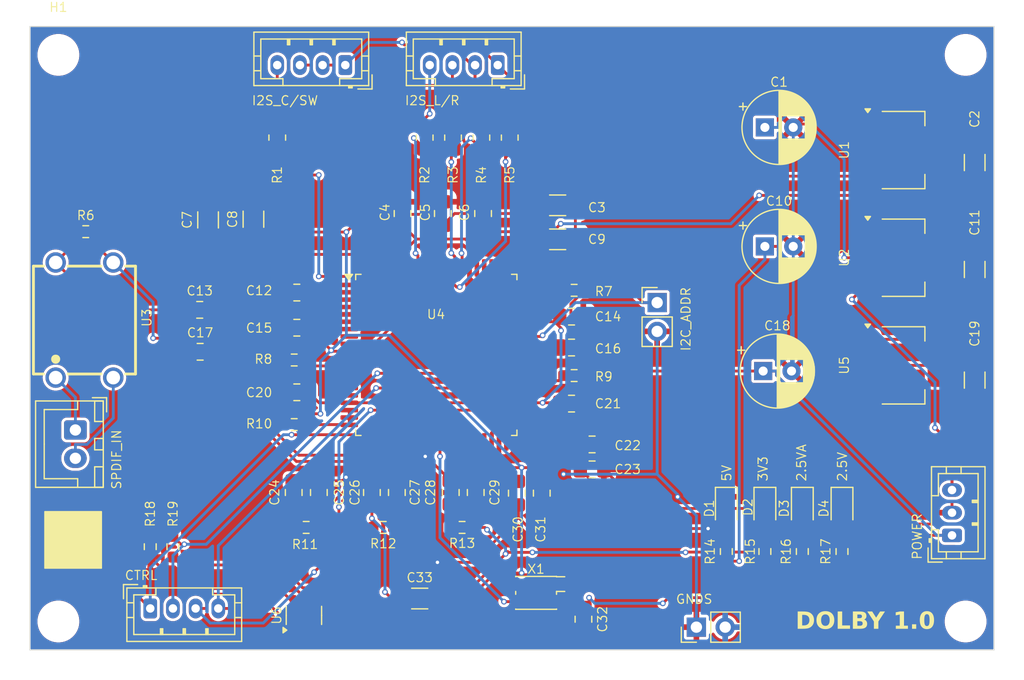
<source format=kicad_pcb>
(kicad_pcb (version 20240108) (generator "pcbnew") (generator_version "8.0")
  (layers (0 "F.Cu" signal) (31 "B.Cu" signal) (34 "B.Paste" user) (35 "F.Paste" user) (36 "B.SilkS" user "B.Silkscreen") (37 "F.SilkS" user "F.Silkscreen") (38 "B.Mask" user) (39 "F.Mask" user) (44 "Edge.Cuts" user))
  (net 0 "")
  (net 1 "3V3")
  (net 2 "Net-(D2-A)")
  (net 3 "Net-(D4-A)")
  (net 4 "SCL")
  (net 5 "SDA")
  (net 6 "Net-(D1-A)")
  (net 7 "Net-(D3-A)")
  (net 8 "2.5V")
  (net 9 "2.5VA")
  (net 10 "3V3A")
  (net 11 "Net-(U4-SPDP)")
  (net 12 "SPDIF_POS")
  (net 13 "Net-(U4-SPDN)")
  (net 14 "SPDIF_NEG")
  (net 15 "PLLAF")
  (net 16 "PLLSF")
  (net 17 "PLLSPDIF")
  (net 18 "CLKIN")
  (net 19 "PCMCLK")
  (net 20 "I2S_D3")
  (net 21 "WCLK")
  (net 22 "BCLK")
  (net 23 "CLKOUT")
  (net 24 "I2CADDR")
  (net 25 "RESET")
  (net 26 "IRQ")
  (net 27 "I2S_D1")
  (net 29 "Net-(U4-A0)")
  (net 30 "Net-(U4-A5)")
  (net 31 "SELI2C")
  (net 32 "Net-(U4-PCMCLK)")
  (net 33 "Net-(U4-SCLK)")
  (net 34 "Net-(U4-LRCLK)")
  (net 36 "SPDIF_INNEG")
  (net 37 "Net-(U4-PCM_OUT1)")
  (net 38 "SPDIF_INPOS")
  (net 39 "Net-(U4-PCM_OUT3)")
  (net 43 "SFREQ")
  (net 53 "DEEMPTH")
  (net 54 "I2S_DATA")
  (net 56 "I2S_WC")
  (net 61 "I2S_BC")
  (net 65 "GND")
  (net 66 "AGND")
  (net 67 "5V")
  (net 68 "Net-(C24-Pad1)")
  (net 69 "Net-(C27-Pad2)")
  (net 70 "Net-(C28-Pad2)")
  (footprint "Capacitor_SMD:C_0805_2012Metric_Pad1.18x1.45mm_HandSolder" (layer "F.Cu") (at 67.9364 68.3828 -90)
    (property "Reference" "C29")
    (property "Value" "470P")
  )
  (footprint "Connector_JST:JST_XH_B2B-XH-A_1x02_P2.50mm_Vertical" (layer "F.Cu") (at 32.6364 62.865 -90)
    (property "Reference" "J4" (hide yes))
    (property "Value" "Conn_01x02_Pin")
  )
  (footprint "Capacitor_SMD:C_0805_2012Metric_Pad1.18x1.45mm_HandSolder" (layer "F.Cu") (at 77.4364 79.565 -90)
    (property "Reference" "C32")
    (property "Value" "0.1u")
  )
  (footprint "Connector_JST:JST_PH_B4B-PH-K_1x04_P2.00mm_Vertical" (layer "F.Cu") (at 39.2364 78.615)
    (property "Reference" "J6" (hide yes))
    (property "Value" "Conn_01x04_Male")
  )
  (footprint "Capacitor_SMD:C_1206_3216Metric_Pad1.33x1.80mm_HandSolder" (layer "F.Cu") (at 111.9364 39.265 -90)
    (property "Reference" "C2")
    (property "Value" "10U")
  )
  (footprint "Capacitor_THT:CP_Radial_D6.3mm_P2.50mm" (layer "F.Cu") (at 93.4364 36.165)
    (property "Reference" "C1")
    (property "Value" "220u")
  )
  (footprint "Resistor_SMD:R_0603_1608Metric_Pad0.98x0.95mm_HandSolder" (layer "F.Cu") (at 41.2364 73.165 90)
    (property "Reference" "R19")
    (property "Value" "4.7K")
  )
  (footprint "Capacitor_SMD:C_1206_3216Metric_Pad1.33x1.80mm_HandSolder" (layer "F.Cu") (at 44.3364 44.3275 90)
    (property "Reference" "C7")
    (property "Value" "47U")
  )
  (footprint "Package_TO_SOT_SMD:SOT-223-3_TabPin2" (layer "F.Cu") (at 105.6364 47.665)
    (property "Reference" "U2")
    (property "Value" "AZ1117CH2-3.3")
  )
  (footprint "Resistor_SMD:R_0805_2012Metric_Pad1.20x1.40mm_HandSolder" (layer "F.Cu") (at 63.4364 37.065 90)
    (property "Reference" "R2")
    (property "Value" "47R")
  )
  (footprint "Resistor_SMD:R_0603_1608Metric_Pad0.98x0.95mm_HandSolder" (layer "F.Cu") (at 39.2364 73.165 90)
    (property "Reference" "R18")
    (property "Value" "4.7K")
  )
  (footprint "Resistor_SMD:R_0603_1608Metric_Pad0.98x0.95mm_HandSolder" (layer "F.Cu") (at 51.9314 62.39 180)
    (property "Reference" "R10")
    (property "Value" "4.7K")
  )
  (footprint "MountingHole:MountingHole_3.2mm_M3" (layer "F.Cu") (at 31.1364 29.765)
    (property "Reference" "H1")
    (property "Value" "MountingHole")
  )
  (footprint "LED_SMD:LED_0805_2012Metric_Pad1.15x1.40mm_HandSolder" (layer "F.Cu") (at 96.7364 69.79 -90)
    (property "Reference" "D3")
    (property "Value" "YELLOW")
  )
  (footprint "LED_SMD:LED_0805_2012Metric_Pad1.15x1.40mm_HandSolder" (layer "F.Cu") (at 90.0364 69.79 -90)
    (property "Reference" "D1")
    (property "Value" "BLUE")
  )
  (footprint "Capacitor_SMD:C_0805_2012Metric_Pad1.18x1.45mm_HandSolder" (layer "F.Cu") (at 60.9821 68.3828 -90)
    (property "Reference" "C27")
    (property "Value" "5.6N")
  )
  (footprint "Resistor_SMD:R_0603_1608Metric_Pad0.98x0.95mm_HandSolder" (layer "F.Cu") (at 96.7364 73.59 90)
    (property "Reference" "R16")
    (property "Value" "100R")
  )
  (footprint "Package_QFP:LQFP-80_14x14mm_P0.65mm" (layer "F.Cu") (at 64.4614 56.24)
    (property "Reference" "U4")
    (property "Value" "SPA130")
  )
  (footprint "MountingHole:MountingHole_3.2mm_M3" (layer "F.Cu") (at 111.1364 29.765)
    (property "Reference" "H2" (hide yes))
    (property "Value" "MountingHole")
  )
  (footprint "Package_TO_SOT_SMD:SOT-223-3_TabPin2" (layer "F.Cu") (at 105.6364 57.165)
    (property "Reference" "U5")
    (property "Value" "TLV1117LV-25")
  )
  (footprint "Capacitor_SMD:C_0805_2012Metric_Pad1.18x1.45mm_HandSolder" (layer "F.Cu") (at 61.4864 43.765 90)
    (property "Reference" "C4")
    (property "Value" "0.1U")
  )
  (footprint "Resistor_SMD:R_0603_1608Metric_Pad0.98x0.95mm_HandSolder" (layer "F.Cu") (at 90.0364 73.59 90)
    (property "Reference" "R14")
    (property "Value" "1K")
  )
  (footprint "Resistor_SMD:R_0603_1608Metric_Pad0.98x0.95mm_HandSolder" (layer "F.Cu") (at 100.2364 73.59 90)
    (property "Reference" "R17")
    (property "Value" "100R")
  )
  (footprint "Capacitor_SMD:C_0805_2012Metric_Pad1.18x1.45mm_HandSolder" (layer "F.Cu") (at 58.7821 68.3828 -90)
    (property "Reference" "C26")
    (property "Value" "470P")
  )
  (footprint "Capacitor_SMD:C_0805_2012Metric_Pad1.18x1.45mm_HandSolder" (layer "F.Cu") (at 52.1614 53.84 180)
    (property "Reference" "C15")
    (property "Value" "0.1U")
  )
  (footprint "Capacitor_SMD:C_0805_2012Metric_Pad1.18x1.45mm_HandSolder" (layer "F.Cu") (at 73.7614 68.44 -90)
    (property "Reference" "C31")
    (property "Value" "0.1U")
  )
  (footprint "Capacitor_SMD:C_0805_2012Metric_Pad1.18x1.45mm_HandSolder" (layer "F.Cu") (at 76.3864 55.59 180)
    (property "Reference" "C16")
    (property "Value" "0.1U")
  )
  (footprint "Capacitor_SMD:C_0805_2012Metric_Pad1.18x1.45mm_HandSolder" (layer "F.Cu") (at 43.6364 55.965)
    (property "Reference" "C17")
    (property "Value" "100N")
  )
  (footprint "LED_SMD:LED_0805_2012Metric_Pad1.15x1.40mm_HandSolder" (layer "F.Cu") (at 100.2364 69.79 -90)
    (property "Reference" "D4")
    (property "Value" "WHITE")
  )
  (footprint "Connector_PinHeader_2.54mm:PinHeader_1x02_P2.54mm_Vertical" (layer "F.Cu") (at 83.9364 51.625)
    (property "Reference" "J3" (hide yes))
    (property "Value" "Conn_01x02")
  )
  (footprint "Capacitor_SMD:C_1206_3216Metric_Pad1.33x1.80mm_HandSolder" (layer "F.Cu") (at 75.1614 46.04)
    (property "Reference" "C9")
    (property "Value" "10U")
  )
  (footprint "MountingHole:MountingHole_3.2mm_M3" (layer "F.Cu") (at 111.1364 79.765)
    (property "Reference" "H4" (hide yes))
    (property "Value" "MountingHole")
  )
  (footprint "Capacitor_SMD:C_0805_2012Metric_Pad1.18x1.45mm_HandSolder" (layer "F.Cu") (at 54.1042 68.3828 90)
    (property "Reference" "C25")
    (property "Value" "150P")
  )
  (footprint "Capacitor_SMD:C_0805_2012Metric_Pad1.18x1.45mm_HandSolder" (layer "F.Cu") (at 71.5614 68.44 -90)
    (property "Reference" "C30")
    (property "Value" "0.1u")
  )
  (footprint "Capacitor_SMD:C_0805_2012Metric_Pad1.18x1.45mm_HandSolder" (layer "F.Cu") (at 51.8864 68.3828 90)
    (property "Reference" "C24")
    (property "Value" "4.7N")
  )
  (footprint "Resistor_SMD:R_0603_1608Metric_Pad0.98x0.95mm_HandSolder" (layer "F.Cu") (at 33.5489 45.365)
    (property "Reference" "R6")
    (property "Value" "75R")
  )
  (footprint "LED_SMD:LED_0805_2012Metric_Pad1.15x1.40mm_HandSolder" (layer "F.Cu") (at 93.4364 69.79 -90)
    (property "Reference" "D2")
    (property "Value" "YELLOW")
  )
  (footprint "Resistor_SMD:R_0805_2012Metric_Pad1.20x1.40mm_HandSolder" (layer "F.Cu") (at 65.9364 37.065 90)
    (property "Reference" "R3")
    (property "Value" "47R")
  )
  (footprint "Capacitor_SMD:C_0805_2012Metric_Pad1.18x1.45mm_HandSolder" (layer "F.Cu") (at 76.3864 60.54)
    (property "Reference" "C21")
    (property "Value" "0.1U")
  )
  (footprint "Capacitor_SMD:C_0805_2012Metric_Pad1.18x1.45mm_HandSolder" (layer "F.Cu") (at 52.1614 59.54 180)
    (property "Reference" "C20")
    (property "Value" "0.1U")
  )
  (footprint "Capacitor_SMD:C_0805_2012Metric_Pad1.18x1.45mm_HandSolder" (layer "F.Cu") (at 78.1989 64.14)
    (property "Reference" "C22")
    (property "Value" "0.1U")
  )
  (footprint "Resistor_SMD:R_0805_2012Metric_Pad1.20x1.40mm_HandSolder" (layer "F.Cu") (at 50.4364 37.065 90)
    (property "Reference" "R1")
    (property "Value" "47R")
  )
  (footprint "easyeda2kicad:XFMR-TH_4P-L9.5-W9.0-P5.08-LS10.2_C9900096976" (layer "F.Cu") (at 33.4364 53.165 90)
    (property "Reference" "U3")
    (property "Value" "DA101C_C6931652")
  )
  (footprint "Capacitor_SMD:C_0805_2012Metric_Pad1.18x1.45mm_HandSolder" (layer "F.Cu") (at 65.0364 43.765 90)
    (property "Reference" "C5")
    (property "Value" "0.1U")
  )
  (footprint "Resistor_SMD:R_0805_2012Metric_Pad1.20x1.40mm_HandSolder" (layer "F.Cu") (at 68.4364 37.065 90)
    (property "Reference" "R4")
    (property "Value" "47R")
  )
  (footprint "Connector_JST:JST_PH_B4B-PH-K_1x04_P2.00mm_Vertical" (layer "F.Cu") (at 56.4364 30.665 180)
    (property "Reference" "J1" (hide yes))
    (property "Value" "Conn_01x04_Pin")
  )
  (footprint "Resistor_SMD:R_0603_1608Metric_Pad0.98x0.95mm_HandSolder" (layer "F.Cu") (at 76.6164 50.54 180)
    (property "Reference" "R7")
    (property "Value" "4.7K")
  )
  (footprint "Resistor_SMD:R_0603_1608Metric_Pad0.98x0.95mm_HandSolder" (layer "F.Cu") (at 51.9314 56.69 180)
    (property "Reference" "R8")
    (property "Value" "4.7K")
  )
  (footprint "MountingHole:MountingHole_3.2mm_M3" (layer "F.Cu") (at 31.1364 79.765)
    (property "Reference" "H3" (hide yes))
    (property "Value" "MountingHole")
  )
  (footprint "Resistor_SMD:R_0603_1608Metric_Pad0.98x0.95mm_HandSolder" (layer "F.Cu") (at 93.4364 73.59 90)
    (property "Reference" "R15")
    (property "Value" "430R")
  )
  (footprint "Capacitor_SMD:C_0805_2012Metric_Pad1.18x1.45mm_HandSolder" (layer "F.Cu") (at 43.5989 52.265)
    (property "Reference" "C13")
    (property "Value" "100N")
  )
  (footprint "Oscillator:Oscillator_SMD_EuroQuartz_XO32-4Pin_3.2x2.5mm_HandSoldering" (layer "F.Cu") (at 73.2614 77.24 180)
    (property "Reference" "X1")
    (property "Value" "ECS-3225SMV-270-FP-TR")
  )
  (footprint "Capacitor_SMD:C_0805_2012Metric_Pad1.18x1.45mm_HandSolder" (layer "F.Cu") (at 52.1614 50.74 180)
    (property "Reference" "C12")
    (property "Value" "0.1U")
  )
  (footprint "Resistor_SMD:R_0603_1608Metric_Pad0.98x0.95mm_HandSolder" (layer "F.Cu") (at 52.9864 71.465 180)
    (property "Reference" "R11")
    (property "Value" "330R")
  )
  (footprint "Capacitor_SMD:C_1206_3216Metric_Pad1.33x1.80mm_HandSolder" (layer "F.Cu") (at 111.9364 58.465 -90)
    (property "Reference" "C19")
    (property "Value" "10U")
  )
  (footprint "Capacitor_THT:CP_Radial_D6.3mm_P2.50mm" (layer "F.Cu") (at 93.2837 57.665)
    (property "Reference" "C18")
    (property "Value" "220u")
  )
  (footprint "Resistor_SMD:R_0603_1608Metric_Pad0.98x0.95mm_HandSolder" (layer "F.Cu") (at 76.6164 58.065 180)
    (property "Reference" "R9")
    (property "Value" "4.7K")
  )
  (footprint "Resistor_SMD:R_0603_1608Metric_Pad0.98x0.95mm_HandSolder" (layer "F.Cu") (at 66.7364 71.465)
    (property "Reference" "R13")
    (property "Value" "1K")
  )
  (footprint "Connector_JST:JST_PH_B3B-PH-K_1x03_P2.00mm_Vertical" (layer "F.Cu") (at 109.9364 72.165 90)
    (property "Reference" "J5" (hide yes))
    (property "Value" "Conn_01x03_Pin")
  )
  (footprint "Capacitor_SMD:C_0805_2012Metric_Pad1.18x1.45mm_HandSolder" (layer "F.Cu") (at 78.1989 66.34)
    (property "Reference" "C23")
    (property "Value" "0.1U")
  )
  (footprint "Capacitor_SMD:C_0805_2012Metric_Pad1.18x1.45mm_HandSolder" (layer "F.Cu") (at 68.5864 43.765 90)
    (property "Reference" "C6")
    (property "Value" "0.1U")
  )
  (footprint "Capacitor_SMD:C_1206_3216Metric_Pad1.33x1.80mm_HandSolder" (layer "F.Cu") (at 62.9989 77.74)
    (property "Reference" "C33")
    (property "Value" "10u")
  )
  (footprint "Capacitor_THT:CP_Radial_D6.3mm_P2.50mm" (layer "F.Cu") (at 93.4364 46.665)
    (property "Reference" "C10")
    (property "Value" "220u")
  )
  (footprint "Connector_JST:JST_PH_B4B-PH-K_1x04_P2.00mm_Vertical" (layer "F.Cu") (at 69.8802 30.6636 180)
    (property "Reference" "J2" (hide yes))
    (property "Value" "Conn_01x04_Pin")
  )
  (footprint "Package_TO_SOT_SMD:SOT-223-3_TabPin2" (layer "F.Cu") (at 105.6364 38.165)
    (property "Reference" "U1")
    (property "Value" "TLV1117LV-25")
  )
  (footprint "Capacitor_SMD:C_0805_2012Metric_Pad1.18x1.45mm_HandSolder" (layer "F.Cu") (at 65.7364 68.3828 -90)
    (property "Reference" "C28")
    (property "Value" "5.6N")
  )
  (footprint "Capacitor_SMD:C_1206_3216Metric_Pad1.33x1.80mm_HandSolder" (layer "F.Cu") (at 75.1614 43.04)
    (property "Reference" "C3")
    (property "Value" "10U")
  )
  (footprint "Package_TO_SOT_SMD:SOT-23-6" (layer "F.Cu") (at 52.7864 79.2275 90)
    (property "Reference" "U6")
    (property "Value" "TMP100")
  )
  (footprint "Capacitor_SMD:C_0805_2012Metric_Pad1.18x1.45mm_HandSolder" (layer "F.Cu") (at 76.3864 52.865)
    (property "Reference" "C14")
    (property "Value" "0.1U")
  )
  (footprint "Resistor_SMD:R_0603_1608Metric_Pad0.98x0.95mm_HandSolder" (layer "F.Cu") (at 59.7821 71.465 180)
    (property "Reference" "R12")
    (property "Value" "1K")
  )
  (footprint "Capacitor_SMD:C_1206_3216Metric_Pad1.33x1.80mm_HandSolder" (layer "F.Cu") (at 111.9364 48.7025 -90)
    (property "Reference" "C11")
    (property "Value" "10U")
  )
  (footprint "Resistor_SMD:R_0805_2012Metric_Pad1.20x1.40mm_HandSolder" (layer "F.Cu") (at 70.9364 37.065 90)
    (property "Reference" "R5")
    (property "Value" "47R")
  )
  (footprint "Capacitor_SMD:C_1206_3216Metric_Pad1.33x1.80mm_HandSolder" (layer "F.Cu") (at 48.3364 44.265 90)
    (property "Reference" "C8")
    (property "Value" "10U")
  )
  (footprint "Connector_PinHeader_2.54mm:PinHeader_1x02_P2.54mm_Vertical" (layer "F.Cu") (at 87.3964 80.265 90)
    (property "Reference" "J7" (hide yes))
    (property "Value" "Conn_01x02")
  )
  (gr_rect (start 29.9364 70.065) (end 34.9364 75.065) (stroke (width 0.1)) (fill solid) (layer "F.SilkS"))
  (gr_line (start 28.6364 72.265) (end 28.6364 27.265) (stroke (width 0.1)) (layer "Edge.Cuts"))
  (gr_line (start 28.6364 82.265) (end 28.6364 72.265) (stroke (width 0.1)) (layer "Edge.Cuts"))
  (gr_line (start 113.6364 82.265) (end 113.6364 27.265) (stroke (width 0.1)) (layer "Edge.Cuts"))
  (gr_line (start 28.6364 27.265) (end 113.6364 27.265) (stroke (width 0.1)) (layer "Edge.Cuts"))
  (gr_line (start 28.6364 82.265) (end 113.6364 82.265) (stroke (width 0.1)) (layer "Edge.Cuts"))
  (gr_text "3V3" (at 93.7364 67.465 90) (layer "F.SilkS") (effects (font (size 0.8 0.8) (thickness 0.1)) (justify left bottom)))
  (gr_text "DOLBY 1.0" (at 96.1364 80.665 0) (layer "F.SilkS") (effects (font (size 1.5 1.5) (thickness 0.3) (bold yes)) (justify left bottom)))
  (gr_text "5V" (at 90.5364 67.465 90) (layer "F.SilkS") (effects (font (size 0.8 0.8) (thickness 0.1)) (justify left bottom)))
  (gr_text "SPDIF_IN" (at 36.7364 68.165 90) (layer "F.SilkS") (effects (font (size 0.8 0.8) (thickness 0.1)) (justify left bottom)))
  (gr_text "2.5VA" (at 97.1364 67.465 90) (layer "F.SilkS") (effects (font (size 0.8 0.8) (thickness 0.1)) (justify left bottom)))
  (gr_text "POWER" (at 107.3364 74.365 90) (layer "F.SilkS") (effects (font (size 0.8 0.8) (thickness 0.1)) (justify left bottom)))
  (gr_text "I2C_ADDR" (at 86.9364 55.965 90) (layer "F.SilkS") (effects (font (size 0.8 0.8) (thickness 0.1)) (justify left bottom)))
  (gr_text "GNDS" (at 85.5364 78.265 0) (layer "F.SilkS") (effects (font (size 0.8 0.8) (thickness 0.1)) (justify left bottom)))
  (gr_text "CTRL\n" (at 36.9364 76.165 0) (layer "F.SilkS") (effects (font (size 0.8 0.8) (thickness 0.1)) (justify left bottom)))
  (gr_text "I2S_L/R" (at 61.6364 34.265 0) (layer "F.SilkS") (effects (font (size 0.8 0.8) (thickness 0.1)) (justify left bottom)))
  (gr_text "I2S_C/SW" (at 48.1364 34.265 0) (layer "F.SilkS") (effects (font (size 0.8 0.8) (thickness 0.1)) (justify left bottom)))
  (gr_text "2.5V" (at 100.7364 67.465 90) (layer "F.SilkS") (effects (font (size 0.8 0.8) (thickness 0.1)) (justify left bottom)))
  (segment (start 51.0189 62.39) (end 51.9725 61.4364) (width 0.25) (layer "F.Cu") (net 1))
  (segment (start 48.7641 45.3998) (end 48.3364 45.8275) (width 0.25) (layer "F.Cu") (net 1))
  (segment (start 73.4597 78.015) (end 73.4597 76.465) (width 0.25) (layer "F.Cu") (net 1))
  (segment (start 73.5989 43.04) (end 76.1739 40.465) (width 0.25) (layer "F.Cu") (net 1))
  (segment (start 74.7114 78.015) (end 76.9239 78.015) (width 0.25) (layer "F.Cu") (net 1))
  (segment (start 75.3489 55.59) (end 72.4614 55.59) (width 0.25) (layer "F.Cu") (net 1))
  (segment (start 76.1739 40.465) (end 102.486 40.465) (width 0.25) (layer "F.Cu") (net 1))
  (segment (start 56.7864 55.915) (end 55.2739 55.915) (width 0.25) (layer "F.Cu") (net 1))
  (segment (start 48.7641 45.3998) (end 56.5309 45.3998) (width 0.25) (layer "F.Cu") (net 1))
  (segment (start 73.7614 67.4025) (end 72.5484 66.1895) (width 0.25) (layer "F.Cu") (net 1))
  (segment (start 41.9364 74.7775) (end 50.665016 74.7775) (width 0.25) (layer "F.Cu") (net 1))
  (segment (start 56.5309 45.3998) (end 58.0934 43.8373) (width 0.25) (layer "F.Cu") (net 1))
  (segment (start 65.4364 64.965) (end 65.4364 63.915) (width 0.25) (layer "F.Cu") (net 1))
  (segment (start 64.7864 49.4705) (end 64.7864 48.565) (width 0.25) (layer "F.Cu") (net 1))
  (segment (start 65.4935 55.915) (end 61.9177 52.3392) (width 0.25) (layer "F.Cu") (net 1))
  (segment (start 95.8927 59.465) (end 102.486 59.465) (width 0.25) (layer "F.Cu") (net 1))
  (segment (start 95.5989 76.665) (end 100.605 76.665) (width 0.25) (layer "F.Cu") (net 1))
  (segment (start 90.9364 77.665) (end 84.9364 77.665) (width 0.25) (layer "F.Cu") (net 1))
  (segment (start 74.7114 76.465) (end 73.4597 76.465) (width 0.25) (layer "F.Cu") (net 1))
  (segment (start 77.9289 57.665) (end 77.7989 57.665) (width 0.25) (layer "F.Cu") (net 1))
  (segment (start 93.4364 74.5025) (end 95.5989 76.665) (width 0.25) (layer "F.Cu") (net 1))
  (segment (start 71.3112 75.492) (end 71.9835 75.492) (width 0.25) (layer "F.Cu") (net 1))
  (segment (start 71.9835 66.1895) (end 66.6609 66.1895) (width 0.25) (layer "F.Cu") (net 1))
  (segment (start 94.4604 58.0327) (end 95.8927 59.465) (width 0.25) (layer "F.Cu") (net 1))
  (segment (start 61.9177 52.3392) (end 64.7864 49.4705) (width 0.25) (layer "F.Cu") (net 1))
  (segment (start 58.3419 55.915) (end 61.9177 52.3392) (width 0.25) (layer "F.Cu") (net 1))
  (segment (start 72.2987 55.7527) (end 72.1364 55.915) (width 0.25) (layer "F.Cu") (net 1))
  (segment (start 64.0712 43.8373) (end 65.0364 44.8025) (width 0.25) (layer "F.Cu") (net 1))
  (segment (start 77.9289 57.665) (end 77.5289 58.065) (width 0.25) (layer "F.Cu") (net 1))
  (segment (start 55.1969 55.838) (end 53.1989 53.84) (width 0.25) (layer "F.Cu") (net 1))
  (segment (start 71.1649 75.6383) (end 69.4832 75.6383) (width 0.25) (layer "F.Cu") (net 1))
  (segment (start 76.3306 54.6083) (end 75.3489 55.59) (width 0.25) (layer "F.Cu") (net 1))
  (segment (start 100.605 76.665) (end 105.105 72.165) (width 0.25) (layer "F.Cu") (net 1))
  (segment (start 102.486 40.465) (end 102.4864 40.465) (width 0.25) (layer "F.Cu") (net 1))
  (segment (start 102.486 59.465) (end 102.4864 59.465) (width 0.25) (layer "F.Cu") (net 1))
  (segment (start 57.4866 79.5373) (end 53.7364 79.5373) (width 0.25) (layer "F.Cu") (net 1))
  (segment (start 71.1649 75.6383) (end 71.3112 75.492) (width 0.25) (layer "F.Cu") (net 1))
  (segment (start 65.5857 79.5358) (end 57.4881 79.5358) (width 0.25) (layer "F.Cu") (net 1))
  (segment (start 77.9364 78.0275) (end 77.4364 78.5275) (width 0.25) (layer "F.Cu") (net 1))
  (segment (start 56.7864 55.915) (end 58.3419 55.915) (width 0.25) (layer "F.Cu") (net 1))
  (segment (start 72.8465 75.6383) (end 71.1649 75.6383) (width 0.25) (layer "F.Cu") (net 1))
  (segment (start 41.2364 74.0775) (end 41.9364 74.7775) (width 0.25) (layer "F.Cu") (net 1))
  (segment (start 72.1364 55.265) (end 72.4614 55.59) (width 0.25) (layer "F.Cu") (net 1))
  (segment (start 93.4364 74.5025) (end 93.4364 75.165) (width 0.25) (layer "F.Cu") (net 1))
  (segment (start 51.9725 61.4364) (end 54.2444 61.4364) (width 0.25) (layer "F.Cu") (net 1))
  (segment (start 76.3306 51.7383) (end 76.3306 54.6083) (width 0.25) (layer "F.Cu") (net 1))
  (segment (start 109.936 72.165) (end 109.9364 72.165) (width 0.25) (layer "F.Cu") (net 1))
  (segment (start 73.4597 76.465) (end 73.4597 76.2515) (width 0.25) (layer "F.Cu") (net 1))
  (segment (start 73.4597 76.2515) (end 72.8465 75.6383) (width 0.25) (layer "F.Cu") (net 1))
  (segment (start 78.0905 57.665) (end 77.9289 57.665) (width 0.25) (layer "F.Cu") (net 1))
  (segment (start 76.9239 78.015) (end 77.4364 78.5275) (width 0.25) (layer "F.Cu") (net 1))
  (segment (start 77.9364 77.665) (end 77.9364 78.0275) (width 0.25) (layer "F.Cu") (net 1))
  (segment (start 53.7364 77.427501) (end 53.7364 78.09) (width 0.25) (layer "F.Cu") (net 1))
  (segment (start 50.665016 74.7775) (end 52.677516 76.79) (width 0.25) (layer "F.Cu") (net 1))
  (segment (start 84.9364 77.665) (end 84.4364 78.165) (width 0.25) (layer "F.Cu") (net 1))
  (segment (start 72.874 43.7649) (end 66.074 43.7649) (width 0.25) (layer "F.Cu") (net 1))
  (segment (start 57.4881 79.5358) (end 57.4866 79.5373) (width 0.25) (layer "F.Cu") (net 1))
  (segment (start 53.7364 79.5373) (end 53.7364 78.09) (width 0.25) (layer "F.Cu") (net 1))
  (segment (start 53.098899 76.79) (end 53.7364 77.427501) (width 0.25) (layer "F.Cu") (net 1))
  (segment (start 55.2739 55.915) (end 55.1969 55.838) (width 0.25) (layer "F.Cu") (net 1))
  (segment (start 72.1364 55.915) (end 65.4935 55.915) (width 0.25) (layer "F.Cu") (net 1))
  (segment (start 93.2837 57.665) (end 94.4604 57.665) (width 0.25) (layer "F.Cu") (net 1))
  (segment (start 105.105 72.165) (end 109.936 72.165) (width 0.25) (layer "F.Cu") (net 1))
  (segment (start 66.074 43.7649) (end 65.0364 44.8025) (width 0.25) (layer "F.Cu") (net 1))
  (segment (start 73.5989 43.04) (end 72.874 43.7649) (width 0.25) (layer "F.Cu") (net 1))
  (segment (start 78.0905 57.665) (end 77.9289 57.665) (width 0.25) (layer "F.Cu") (net 1))
  (segment (start 66.6609 66.1895) (end 65.4364 64.965) (width 0.25) (layer "F.Cu") (net 1))
  (segment (start 93.4364 75.165) (end 90.9364 77.665) (width 0.25) (layer "F.Cu") (net 1))
  (segment (start 69.4832 75.6383) (end 65.5857 79.5358) (width 0.25) (layer "F.Cu") (net 1))
  (segment (start 52.677516 76.79) (end 53.098899 76.79) (width 0.25) (layer "F.Cu") (net 1))
  (segment (start 94.4604 57.665) (end 94.4604 58.0327) (width 0.25) (layer "F.Cu") (net 1))
  (segment (start 72.5484 66.1895) (end 71.9835 66.1895) (width 0.25) (layer "F.Cu") (net 1))
  (segment (start 93.2837 57.665) (end 78.0905 57.665) (width 0.25) (layer "F.Cu") (net 1))
  (segment (start 53.7364 80.365) (end 53.7364 79.5373) (width 0.25) (layer "F.Cu") (net 1))
  (segment (start 72.4614 55.59) (end 72.2987 55.7527) (width 0.25) (layer "F.Cu") (net 1))
  (segment (start 58.0934 43.8373) (end 64.0712 43.8373) (width 0.25) (layer "F.Cu") (net 1))
  (segment (start 77.7989 57.665) (end 75.7239 55.59) (width 0.25) (layer "F.Cu") (net 1))
  (segment (start 77.5289 50.54) (end 76.3306 51.7383) (width 0.25) (layer "F.Cu") (net 1))
  (segment (start 74.7114 78.015) (end 73.4597 78.015) (width 0.25) (layer "F.Cu") (net 1))
  (via (at 71.9835 75.492) (size 0.5) (drill 0.3) (layers "F.Cu" "B.Cu") (net 1))
  (via (at 55.1969 55.838) (size 0.5) (drill 0.3) (layers "F.Cu" "B.Cu") (net 1))
  (via (at 84.4364 78.165) (size 0.5) (drill 0.3) (layers "F.Cu" "B.Cu") (net 1))
  (via (at 71.9835 66.1895) (size 0.5) (drill 0.3) (layers "F.Cu" "B.Cu") (net 1))
  (via (at 56.5309 45.3998) (size 0.5) (drill 0.3) (layers "F.Cu" "B.Cu") (net 1))
  (via (at 54.2444 61.4364) (size 0.5) (drill 0.3) (layers "F.Cu" "B.Cu") (net 1))
  (via (at 77.9364 77.665) (size 0.5) (drill 0.3) (layers "F.Cu" "B.Cu") (net 1))
  (segment (start 71.9835 66.1895) (end 71.9835 75.492) (width 0.25) (layer "B.Cu") (net 1))
  (segment (start 56.5309 54.504) (end 56.5309 45.3998) (width 0.25) (layer "B.Cu") (net 1))
  (segment (start 54.2444 61.4364) (end 54.2444 56.7905) (width 0.25) (layer "B.Cu") (net 1))
  (segment (start 109.936 72.165) (end 109.9364 72.165) (width 0.25) (layer "B.Cu") (net 1))
  (segment (start 60.298 54.504) (end 71.9835 66.1895) (width 0.25) (layer "B.Cu") (net 1))
  (segment (start 108.593 72.165) (end 109.936 72.165) (width 0.25) (layer "B.Cu") (net 1))
  (segment (start 84.4364 78.165) (end 78.4364 78.165) (width 0.25) (layer "B.Cu") (net 1))
  (segment (start 78.4364 78.165) (end 77.9364 77.665) (width 0.25) (layer "B.Cu") (net 1))
  (segment (start 54.2444 56.7905) (end 55.1969 55.838) (width 0.25) (layer "B.Cu") (net 1))
  (segment (start 93.2837 57.665) (end 94.4604 57.665) (width 0.25) (layer "B.Cu") (net 1))
  (segment (start 55.1969 55.838) (end 56.5309 54.504) (width 0.25) (layer "B.Cu") (net 1))
  (segment (start 94.4604 57.665) (end 94.4604 58.0327) (width 0.25) (layer "B.Cu") (net 1))
  (segment (start 56.5309 54.504) (end 60.298 54.504) (width 0.25) (layer "B.Cu") (net 1))
  (segment (start 94.4604 58.0327) (end 108.593 72.165) (width 0.25) (layer "B.Cu") (net 1))
  (segment (start 93.4364 70.815) (end 93.4364 72.6775) (width 0.25) (layer "F.Cu") (net 2))
  (segment (start 100.236 71.7462) (end 100.2364 71.7458) (width 0.25) (layer "F.Cu") (net 3))
  (segment (start 100.236 72.2118) (end 100.236 72.6775) (width 0.25) (layer "F.Cu") (net 3))
  (segment (start 100.236 72.2118) (end 100.2364 72.2122) (width 0.25) (layer "F.Cu") (net 3))
  (segment (start 100.236 71.7462) (end 100.236 72.2118) (width 0.25) (layer "F.Cu") (net 3))
  (segment (start 100.236 70.815) (end 100.236 71.7462) (width 0.25) (layer "F.Cu") (net 3))
  (segment (start 100.2364 72.2122) (end 100.2364 72.6775) (width 0.25) (layer "F.Cu") (net 3))
  (segment (start 100.2364 71.7458) (end 100.2364 70.815) (width 0.25) (layer "F.Cu") (net 3))
  (segment (start 50.0864 78.615) (end 45.2364 78.615) (width 0.25) (layer "F.Cu") (net 4))
  (segment (start 51.8364 80.365) (end 50.0864 78.615) (width 0.25) (layer "F.Cu") (net 4))
  (segment (start 72.1364 59.165) (end 59.1543 59.165) (width 0.25) (layer "F.Cu") (net 4))
  (via (at 59.1543 59.165) (size 0.5) (drill 0.3) (layers "F.Cu" "B.Cu") (net 4))
  (segment (start 45.2364 73.0829) (end 59.1543 59.165) (width 0.25) (layer "B.Cu") (net 4))
  (segment (start 45.2364 78.615) (end 45.2364 73.0829) (width 0.25) (layer "B.Cu") (net 4))
  (segment (start 43.2364 78.615) (end 44.2131 78.615) (width 0.25) (layer "F.Cu") (net 5))
  (segment (start 55.875479 73.225921) (end 53.6864 75.415) (width 0.25) (layer "F.Cu") (net 5))
  (segment (start 44.2131 78.615) (end 44.2131 77.9741) (width 0.25) (layer "F.Cu") (net 5))
  (segment (start 72.1364 61.115) (end 58.6695 61.115) (width 0.25) (layer "F.Cu") (net 5))
  (segment (start 44.8354 77.3518) (end 51.0982 77.3518) (width 0.25) (layer "F.Cu") (net 5))
  (segment (start 44.2131 77.9741) (end 44.8354 77.3518) (width 0.25) (layer "F.Cu") (net 5))
  (segment (start 55.875479 69.665) (end 55.875479 73.225921) (width 0.25) (layer "F.Cu") (net 5))
  (segment (start 51.0982 77.3518) (end 51.8364 78.09) (width 0.25) (layer "F.Cu") (net 5))
  (via (at 55.875479 69.665) (size 0.5) (drill 0.3) (layers "F.Cu" "B.Cu") (net 5))
  (via (at 58.6695 61.115) (size 0.5) (drill 0.3) (layers "F.Cu" "B.Cu") (net 5))
  (via (at 53.6864 75.415) (size 0.5) (drill 0.3) (layers "F.Cu" "B.Cu") (net 5))
  (segment (start 55.875479 69.665) (end 55.875479 69.684121) (width 0.25) (layer "B.Cu") (net 5))
  (segment (start 58.6695 61.115) (end 55.875479 63.909021) (width 0.25) (layer "B.Cu") (net 5))
  (segment (start 55.875479 63.909021) (end 55.875479 69.665) (width 0.25) (layer "B.Cu") (net 5))
  (segment (start 44.5219 79.9005) (end 49.2009 79.9005) (width 0.25) (layer "B.Cu") (net 5))
  (segment (start 43.2364 78.615) (end 44.5219 79.9005) (width 0.25) (layer "B.Cu") (net 5))
  (segment (start 49.2009 79.9005) (end 53.6864 75.415) (width 0.25) (layer "B.Cu") (net 5))
  (segment (start 90.0364 70.815) (end 90.0364 72.6775) (width 0.25) (layer "F.Cu") (net 6))
  (segment (start 96.7364 70.815) (end 96.7364 72.6775) (width 0.25) (layer "F.Cu") (net 7))
  (segment (start 77.1614 64.14) (end 77.1614 66.34) (width 0.25) (layer "F.Cu") (net 8))
  (segment (start 69.3364 63.915) (end 69.3364 64.7147) (width 0.25) (layer "F.Cu") (net 8))
  (segment (start 74.0614 46.04) (end 75.4364 44.665) (width 0.25) (layer "F.Cu") (net 8))
  (segment (start 68.9827 65.0684) (end 67.0901 65.0684) (width 0.25) (layer "F.Cu") (net 8))
  (segment (start 56.7864 60.465) (end 54.1239 60.465) (width 0.25) (layer "F.Cu") (net 8))
  (segment (start 68.0364 47.0265) (end 67.4817 46.4718) (width 0.25) (layer "F.Cu") (net 8))
  (segment (start 54.1239 60.465) (end 53.1989 59.54) (width 0.25) (layer "F.Cu") (net 8))
  (segment (start 105.4364 40.165) (end 105.4364 38.165) (width 0.25) (layer "F.Cu") (net 8))
  (segment (start 75.2739 60.465) (end 75.3489 60.54) (width 0.25) (layer "F.Cu") (net 8))
  (segment (start 73.5989 45.6481) (end 73.5989 46.04) (width 0.25) (layer "F.Cu") (net 8))
  (segment (start 62.7035 46.0196) (end 61.4864 44.8025) (width 0.25) (layer "F.Cu") (net 8))
  (segment (start 97.3751 69.79) (end 99.1876 71.6025) (width 0.25) (layer "F.Cu") (net 8))
  (segment (start 99.1876 71.6025) (end 99.1876 73.4537) (width 0.25) (layer "F.Cu") (net 8))
  (segment (start 53.1989 47.3709) (end 61.8209 47.3709) (width 0.25) (layer "F.Cu") (net 8))
  (segment (start 73.5989 46.04) (end 74.0614 46.04) (width 0.25) (layer "F.Cu") (net 8))
  (segment (start 99.7118 73.9781) (end 99.712 73.9781) (width 0.25) (layer "F.Cu") (net 8))
  (segment (start 99.712 73.9781) (end 100.2364 74.5025) (width 0.25) (layer "F.Cu") (net 8))
  (segment (start 62.1864 47.7364) (end 62.1864 48.565) (width 0.25) (layer "F.Cu") (net 8))
  (segment (start 69.3364 64.7147) (end 68.9827 65.0684) (width 0.25) (layer "F.Cu") (net 8))
  (segment (start 73.3179 45.3671) (end 73.5989 45.3671) (width 0.25) (layer "F.Cu") (net 8))
  (segment (start 73.3179 45.3671) (end 73.5989 45.6481) (width 0.25) (layer "F.Cu") (net 8))
  (segment (start 67.0901 65.0684) (end 66.7364 64.7147) (width 0.25) (layer "F.Cu") (net 8))
  (segment (start 108.7864 38.165) (end 111.4739 38.165) (width 0.25) (layer "F.Cu") (net 8))
  (segment (start 68.5864 45.3671) (end 68.5864 44.8025) (width 0.25) (layer "F.Cu") (net 8))
  (segment (start 69.7032 62.7451) (end 69.3364 63.1119) (width 0.25) (layer "F.Cu") (net 8))
  (segment (start 67.4817 46.4718) (end 68.5864 45.3671) (width 0.25) (layer "F.Cu") (net 8))
  (segment (start 68.5864 45.3671) (end 73.3179 45.3671) (width 0.25) (layer "F.Cu") (net 8))
  (segment (start 77.1614 64.14) (end 75.9399 62.9185) (width 0.25) (layer "F.Cu") (net 8))
  (segment (start 56.7864 52.015) (end 54.4739 52.015) (width 0.25) (layer "F.Cu") (net 8))
  (segment (start 61.8209 47.3709) (end 62.1864 47.7364) (width 0.25) (layer "F.Cu") (net 8))
  (segment (start 80.6114 69.79) (end 97.3751 69.79) (width 0.25) (layer "F.Cu") (net 8))
  (segment (start 75.4584 53.8745) (end 75.4584 54.0982) (width 0.25) (layer "F.Cu") (net 8))
  (segment (start 70.9665 62.7451) (end 69.7032 62.7451) (width 0.25) (layer "F.Cu") (net 8))
  (segment (start 69.3364 63.1119) (end 69.3364 63.915) (width 0.25) (layer "F.Cu") (net 8))
  (segment (start 111.4739 38.165) (end 111.9364 37.7025) (width 0.25) (layer "F.Cu") (net 8))
  (segment (start 75.9399 62.9185) (end 75.9399 61.131) (width 0.25) (layer "F.Cu") (net 8))
  (segment (start 67.0295 46.0196) (end 62.7035 46.0196) (width 0.25) (layer "F.Cu") (net 8))
  (segment (start 75.9399 62.9185) (end 75.8059 63.0525) (width 0.25) (layer "F.Cu") (net 8))
  (segment (start 61.8209 46.9022) (end 61.8209 47.3709) (width 0.25) (layer "F.Cu") (net 8))
  (segment (start 102.4864 38.165) (end 102.486 38.165) (width 0.25) (layer "F.Cu") (net 8))
  (segment (start 75.8059 63.0525) (end 71.2739 63.0525) (width 0.25) (layer "F.Cu") (net 8))
  (segment (start 73.5989 46.04) (end 73.5989 51.115) (width 0.25) (layer "F.Cu") (net 8))
  (segment (start 75.9399 61.131) (end 75.3489 60.54) (width 0.25) (layer "F.Cu") (net 8))
  (segment (start 73.5989 51.115) (end 75.3489 52.865) (width 0.25) (layer "F.Cu") (net 8))
  (segment (start 75.3489 52.865) (end 74.8989 53.315) (width 0.25) (layer "F.Cu") (net 8))
  (segment (start 66.7364 64.7147) (end 66.7364 63.915) (width 0.25) (layer "F.Cu") (net 8))
  (segment (start 71.2739 63.0525) (end 70.9665 62.7451) (width 0.25) (layer "F.Cu") (net 8))
  (segment (start 77.1614 66.34) (end 80.6114 69.79) (width 0.25) (layer "F.Cu") (net 8))
  (segment (start 74.8989 53.315) (end 72.1364 53.315) (width 0.25) (layer "F.Cu") (net 8))
  (segment (start 54.4739 52.015) (end 53.1989 50.74) (width 0.25) (layer "F.Cu") (net 8))
  (segment (start 74.8989 53.315) (end 75.4584 53.8745) (width 0.25) (layer "F.Cu") (net 8))
  (segment (start 45.8173 47.3709) (end 53.1989 47.3709) (width 0.25) (layer "F.Cu") (net 8))
  (segment (start 72.1364 60.465) (end 56.7864 60.465) (width 0.25) (layer "F.Cu") (net 8))
  (segment (start 44.3364 45.89) (end 45.8173 47.3709) (width 0.25) (layer "F.Cu") (net 8))
  (segment (start 75.2739 60.465) (end 73.8361 60.465) (width 0.25) (layer "F.Cu") (net 8))
  (segment (start 67.4817 46.4718) (end 67.0295 46.0196) (width 0.25) (layer "F.Cu") (net 8))
  (segment (start 103.4364 42.165) (end 105.4364 40.165) (width 0.25) (layer "F.Cu") (net 8))
  (segment (start 92.9364 42.165) (end 103.4364 42.165) (width 0.25) (layer "F.Cu") (net 8))
  (segment (start 99.1876 73.4537) (end 99.7118 73.9781) (width 0.25) (layer "F.Cu") (net 8))
  (segment (start 99.7118 73.9781) (end 100.236 74.5025) (width 0.25) (layer "F.Cu") (net 8))
  (segment (start 73.8361 60.465) (end 72.1364 60.465) (width 0.25) (layer "F.Cu") (net 8))
  (segment (start 53.1989 50.74) (end 53.1989 47.3709) (width 0.25) (layer "F.Cu") (net 8))
  (segment (start 68.0364 48.565) (end 68.0364 47.0265) (width 0.25) (layer "F.Cu") (net 8))
  (segment (start 105.4364 38.165) (end 108.7864 38.165) (width 0.25) (layer "F.Cu") (net 8))
  (segment (start 111.4739 38.165) (end 111.474 38.165) (width 0.25) (layer "F.Cu") (net 8))
  (segment (start 102.4864 38.165) (end 105.4364 38.165) (width 0.25) (layer "F.Cu") (net 8))
  (segment (start 62.7035 46.0196) (end 61.8209 46.9022) (width 0.25) (layer "F.Cu") (net 8))
  (via (at 75.4364 44.665) (size 0.5) (drill 0.3) (layers "F.Cu" "B.Cu") (net 8))
  (via (at 73.8361 60.465) (size 0.5) (drill 0.3) (layers "F.Cu" "B.Cu") (net 8))
  (via (at 92.9364 42.165) (size 0.5) (drill 0.3) (layers "F.Cu" "B.Cu") (net 8))
  (via (at 75.4584 54.0982) (size 0.5) (drill 0.3) (layers "F.Cu" "B.Cu") (net 8))
  (segment (start 75.4364 44.665) (end 90.4364 44.665) (width 0.25) (layer "B.Cu") (net 8))
  (segment (start 75.4584 58.8427) (end 75.4584 54.0982) (width 0.25) (layer "B.Cu") (net 8))
  (segment (start 90.4364 44.665) (end 92.9364 42.165) (width 0.25) (layer "B.Cu") (net 8))
  (segment (start 73.8361 60.465) (end 75.4584 58.8427) (width 0.25) (layer "B.Cu") (net 8))
  (segment (start 58.7821 70.665) (end 58.7821 69.4203) (width 0.25) (layer "F.Cu") (net 9))
  (segment (start 58.8696 71.0532) (end 58.8696 71.465) (width 0.25) (layer "F.Cu") (net 9))
  (segment (start 111.218 65.42) (end 110.45 64.6519) (width 0.25) (layer "F.Cu") (net 9))
  (segment (start 95.8739 73.64) (end 86.4614 73.64) (width 0.25) (layer "F.Cu") (net 9))
  (segment (start 59.8196 68.3828) (end 61.6631 68.3828) (width 0.25) (layer "F.Cu") (net 9))
  (segment (start 61.4364 77.74) (end 62.715 79.0186) (width 0.25) (layer "F.Cu") (net 9))
  (segment (start 96.7364 74.5025) (end 98.3989 76.165) (width 0.25) (layer "F.Cu") (net 9))
  (segment (start 62.715 79.0186) (end 65.35 79.0186) (width 0.25) (layer "F.Cu") (net 9))
  (segment (start 100.187 76.165) (end 105.187 71.1645) (width 0.25) (layer "F.Cu") (net 9))
  (segment (start 108.786 57.165) (end 102.4864 57.165) (width 0.25) (layer "F.Cu") (net 9))
  (segment (start 95.91765 73.68375) (end 95.8739 73.64) (width 0.25) (layer "F.Cu") (net 9))
  (segment (start 105.187 71.1645) (end 110.62 71.1645) (width 0.25) (layer "F.Cu") (net 9))
  (segment (start 111.6739 57.165) (end 111.674 57.165) (width 0.25) (layer "F.Cu") (net 9))
  (segment (start 61.6631 68.3828) (end 62.8364 67.2095) (width 0.25) (layer "F.Cu") (net 9))
  (segment (start 95.91765 73.68375) (end 96.7364 74.5025) (width 0.25) (layer "F.Cu") (net 9))
  (segment (start 60.5114 77.74) (end 59.9364 77.165) (width 0.25) (layer "F.Cu") (net 9))
  (segment (start 58.7821 69.4203) (end 59.8196 68.3828) (width 0.25) (layer "F.Cu") (net 9))
  (segment (start 111.218 70.5668) (end 111.218 65.42) (width 0.25) (layer "F.Cu") (net 9))
  (segment (start 72.9364 73.665) (end 70.8294 73.665) (width 0.25) (layer "F.Cu") (net 9))
  (segment (start 69.5436 69.4203) (end 71.5614 67.4025) (width 0.25) (layer "F.Cu") (net 9))
  (segment (start 108.786 57.165) (end 108.7864 57.165) (width 0.25) (layer "F.Cu") (net 9))
  (segment (start 110.45 64.6519) (end 110.45 58.8281) (width 0.25) (layer "F.Cu") (net 9))
  (segment (start 86.4614 73.64) (end 86.4364 73.665) (width 0.25) (layer "F.Cu") (net 9))
  (segment (start 58.7821 71.3775) (end 58.7821 70.9657) (width 0.25) (layer "F.Cu") (net 9))
  (segment (start 65.35 79.0186) (end 70.7665 73.6021) (width 0.25) (layer "F.Cu") (net 9))
  (segment (start 68.7364 71.465) (end 68.9364 71.665) (width 0.25) (layer "F.Cu") (net 9))
  (segment (start 111.6739 57.165) (end 111.9364 56.9025) (width 0.25) (layer "F.Cu") (net 9))
  (segment (start 110.45 58.8281) (end 108.786 57.165) (width 0.25) (layer "F.Cu") (net 9))
  (segment (start 58.7821 70.9657) (end 58.7821 70.665) (width 0.25) (layer "F.Cu") (net 9))
  (segment (start 58.7821 70.9657) (end 58.8696 71.0532) (width 0.25) (layer "F.Cu") (net 9))
  (segment (start 95.836 73.6021) (end 95.91765 73.68375) (width 0.25) (layer "F.Cu") (net 9))
  (segment (start 98.3989 76.165) (end 100.187 76.165) (width 0.25) (layer "F.Cu") (net 9))
  (segment (start 67.9364 70.2989) (end 67.9364 69.4203) (width 0.25) (layer "F.Cu") (net 9))
  (segment (start 67.9364 69.4203) (end 69.5436 69.4203) (width 0.25) (layer "F.Cu") (net 9))
  (segment (start 61.4364 77.74) (end 60.5114 77.74) (width 0.25) (layer "F.Cu") (net 9))
  (segment (start 70.8294 73.665) (end 70.7665 73.6021) (width 0.25) (layer "F.Cu") (net 9))
  (segment (start 108.7864 57.165) (end 111.6739 57.165) (width 0.25) (layer "F.Cu") (net 9))
  (segment (start 62.8364 67.2095) (end 62.8364 63.915) (width 0.25) (layer "F.Cu") (net 9))
  (segment (start 102.4864 57.165) (end 102.486 57.165) (width 0.25) (layer "F.Cu") (net 9))
  (segment (start 67.6489 71.465) (end 68.7364 71.465) (width 0.25) (layer "F.Cu") (net 9))
  (segment (start 110.62 71.1645) (end 111.218 70.5668) (width 0.25) (layer "F.Cu") (net 9))
  (segment (start 67.9364 71.1775) (end 67.9364 70.2989) (width 0.25) (layer "F.Cu") (net 9))
  (via (at 68.9364 71.665) (size 0.5) (drill 0.3) (layers "F.Cu" "B.Cu") (net 9))
  (via (at 70.57 73.7986) (size 0.5) (drill 0.3) (layers "F.Cu" "B.Cu") (net 9))
  (via (at 59.9364 77.165) (size 0.5) (drill 0.3) (layers "F.Cu" "B.Cu") (net 9))
  (via (at 72.9364 73.665) (size 0.5) (drill 0.3) (layers "F.Cu" "B.Cu") (net 9))
  (via (at 86.4364 73.665) (size 0.5) (drill 0.3) (layers "F.Cu" "B.Cu") (net 9))
  (via (at 58.7821 70.665) (size 0.5) (drill 0.3) (layers "F.Cu" "B.Cu") (net 9))
  (segment (start 68.9364 71.665) (end 70.57 73.2986) (width 0.25) (layer "B.Cu") (net 9))
  (segment (start 70.57 73.2986) (end 70.57 73.7986) (width 0.25) (layer "B.Cu") (net 9))
  (segment (start 59.9364 71.8193) (end 58.7821 70.665) (width 0.25) (layer "B.Cu") (net 9))
  (segment (start 86.4364 73.665) (end 72.9364 73.665) (width 0.25) (layer "B.Cu") (net 9))
  (segment (start 59.9364 77.165) (end 59.9364 71.8193) (width 0.25) (layer "B.Cu") (net 9))
  (segment (start 111.411 47.665) (end 111.4114 47.665) (width 0.25) (layer "F.Cu") (net 10))
  (segment (start 108.7864 47.665) (end 102.4864 47.665) (width 0.25) (layer "F.Cu") (net 10))
  (segment (start 111.411 47.665) (end 108.7864 47.665) (width 0.25) (layer "F.Cu") (net 10))
  (segment (start 102.4864 47.665) (end 100.434 47.665) (width 0.25) (layer "F.Cu") (net 10))
  (segment (start 111.4114 47.665) (end 111.9364 47.14) (width 0.25) (layer "F.Cu") (net 10))
  (via (at 100.434 47.665) (size 0.5) (drill 0.3) (layers "F.Cu" "B.Cu") (net 10))
  (segment (start 100.434 38.9822) (end 100.434 47.665) (width 0.25) (layer "B.Cu") (net 10))
  (segment (start 95.4294 34.981) (end 96.4326 34.981) (width 0.25) (layer "B.Cu") (net 10))
  (segment (start 96.4326 34.981) (end 100.434 38.9822) (width 0.25) (layer "B.Cu") (net 10))
  (segment (start 93.4364 36.165) (end 94.6131 36.165) (width 0.25) (layer "B.Cu") (net 10))
  (segment (start 94.6131 35.7973) (end 95.4294 34.981) (width 0.25) (layer "B.Cu") (net 10))
  (segment (start 94.6131 36.165) (end 94.6131 35.7973) (width 0.25) (layer "B.Cu") (net 10))
  (segment (start 44.6364 52.265) (end 43.6971 53.2043) (width 0.25) (layer "F.Cu") (net 11))
  (segment (start 52.1252 65.6419) (end 60.1496 65.6419) (width 0.25) (layer "F.Cu") (net 11))
  (segment (start 43.6971 53.2043) (end 43.6971 57.2138) (width 0.25) (layer "F.Cu") (net 11))
  (segment (start 43.6971 57.2138) (end 52.1252 65.6419) (width 0.25) (layer "F.Cu") (net 11))
  (segment (start 60.1496 65.6419) (end 60.8864 64.9051) (width 0.25) (layer "F.Cu") (net 11))
  (segment (start 60.8864 64.9051) (end 60.8864 63.915) (width 0.25) (layer "F.Cu") (net 11))
  (segment (start 35.0764 52.265) (end 42.5614 52.265) (width 0.25) (layer "F.Cu") (net 12))
  (segment (start 30.8964 48.085) (end 35.0764 52.265) (width 0.25) (layer "F.Cu") (net 12))
  (segment (start 30.8964 48.085) (end 32.6364 46.345) (width 0.25) (layer "F.Cu") (net 12))
  (segment (start 32.6364 46.345) (end 32.6364 45.365) (width 0.25) (layer "F.Cu") (net 12))
  (segment (start 59.9328 65.0894) (end 52.3292 65.0894) (width 0.25) (layer "F.Cu") (net 13))
  (segment (start 52.3292 65.0894) (end 44.6739 57.4341) (width 0.25) (layer "F.Cu") (net 13))
  (segment (start 44.6739 57.4341) (end 44.6739 55.965) (width 0.25) (layer "F.Cu") (net 13))
  (segment (start 60.2364 63.915) (end 60.2364 64.7858) (width 0.25) (layer "F.Cu") (net 13))
  (segment (start 60.2364 64.7858) (end 59.9328 65.0894) (width 0.25) (layer "F.Cu") (net 13))
  (segment (start 34.4614 46.57) (end 35.9764 48.085) (width 0.25) (layer "F.Cu") (net 14))
  (segment (start 34.4614 45.365) (end 34.4614 46.57) (width 0.25) (layer "F.Cu") (net 14))
  (segment (start 39.4908 54.765) (end 41.3989 54.765) (width 0.25) (layer "F.Cu") (net 14))
  (segment (start 41.3989 54.765) (end 42.5989 55.965) (width 0.25) (layer "F.Cu") (net 14))
  (via (at 39.4908 54.765) (size 0.5) (drill 0.3) (layers "F.Cu" "B.Cu") (net 14))
  (segment (start 35.9764 48.085) (end 39.4908 51.5994) (width 0.25) (layer "B.Cu") (net 14))
  (segment (start 39.4908 51.5994) (end 39.4908 54.765) (width 0.25) (layer "B.Cu") (net 14))
  (segment (start 60.9821 67.3453) (end 62.1864 66.141) (width 0.25) (layer "F.Cu") (net 15))
  (segment (start 58.7821 67.3453) (end 60.9821 67.3453) (width 0.25) (layer "F.Cu") (net 15))
  (segment (start 62.1864 66.141) (end 62.1864 63.915) (width 0.25) (layer "F.Cu") (net 15))
  (segment (start 64.1364 65.7453) (end 65.7364 67.3453) (width 0.25) (layer "F.Cu") (net 16))
  (segment (start 65.7364 67.3453) (end 67.9364 67.3453) (width 0.25) (layer "F.Cu") (net 16))
  (segment (start 64.1364 63.915) (end 64.1364 65.7453) (width 0.25) (layer "F.Cu") (net 16))
  (segment (start 55.1811 69.4203) (end 54.1042 69.4203) (width 0.25) (layer "F.Cu") (net 17))
  (segment (start 54.1042 70.34) (end 54.1042 69.4203) (width 0.25) (layer "F.Cu") (net 17))
  (segment (start 56.4364 67.98769) (end 56.4364 68.165) (width 0.25) (layer "F.Cu") (net 17))
  (segment (start 58.25909 66.165) (end 56.4364 67.98769) (width 0.25) (layer "F.Cu") (net 17))
  (segment (start 61.5364 64.962206) (end 60.333606 66.165) (width 0.25) (layer "F.Cu") (net 17))
  (segment (start 53.8989 70.5453) (end 54.1042 70.34) (width 0.25) (layer "F.Cu") (net 17))
  (segment (start 56.4364 68.165) (end 55.1811 69.4203) (width 0.25) (layer "F.Cu") (net 17))
  (segment (start 61.5364 63.915) (end 61.5364 64.962206) (width 0.25) (layer "F.Cu") (net 17))
  (segment (start 60.333606 66.165) (end 58.25909 66.165) (width 0.25) (layer "F.Cu") (net 17))
  (segment (start 53.8989 70.5453) (end 53.8989 71.465) (width 0.25) (layer "F.Cu") (net 17))
  (segment (start 53.8989 69.6256) (end 53.8989 70.5453) (width 0.25) (layer "F.Cu") (net 17))
  (segment (start 64.7864 63.915) (end 64.7864 65.1976) (width 0.25) (layer "F.Cu") (net 18))
  (segment (start 71.8114 78.015) (end 70.428 78.015) (width 0.25) (layer "F.Cu") (net 18))
  (via (at 64.7864 65.1976) (size 0.5) (drill 0.3) (layers "F.Cu" "B.Cu") (net 18))
  (via (at 70.428 78.015) (size 0.5) (drill 0.3) (layers "F.Cu" "B.Cu") (net 18))
  (segment (start 70.428 78.015) (end 64.7864 72.3734) (width 0.25) (layer "B.Cu") (net 18))
  (segment (start 64.7864 72.3734) (end 64.7864 65.1976) (width 0.25) (layer "B.Cu") (net 18))
  (segment (start 61.9364 28.8829) (end 61.6543 28.8829) (width 0.25) (layer "F.Cu") (net 19))
  (segment (start 68.0995 28.8829) (end 61.9364 28.8829) (width 0.25) (layer "F.Cu") (net 19))
  (segment (start 61.6543 28.8829) (end 61.4364 28.665) (width 0.25) (layer "F.Cu") (net 19))
  (segment (start 69.8802 30.6636) (end 70.9364 31.7198) (width 0.25) (layer "F.Cu") (net 19))
  (segment (start 69.8802 30.6636) (end 68.0995 28.8829) (width 0.25) (layer "F.Cu") (net 19))
  (segment (start 70.9364 31.7198) (end 70.9364 36.065) (width 0.25) (layer "F.Cu") (net 19))
  (via (at 61.4364 28.665) (size 0.5) (drill 0.3) (layers "F.Cu" "B.Cu") (net 19))
  (segment (start 61.4364 28.665) (end 58.4364 28.665) (width 0.25) (layer "B.Cu") (net 19))
  (segment (start 58.4364 28.665) (end 56.4364 30.665) (width 0.25) (layer "B.Cu") (net 19))
  (segment (start 50.4364 30.665) (end 50.4364 36.065) (width 0.25) (layer "F.Cu") (net 20))
  (segment (start 53.4131 30.665) (end 52.4364 30.665) (width 0.25) (layer "F.Cu") (net 21))
  (segment (start 65.8802 34.2368) (end 65.9364 34.293) (width 0.25) (layer "F.Cu") (net 21))
  (segment (start 65.8802 32.4649) (end 54.5333 32.4649) (width 0.25) (layer "F.Cu") (net 21))
  (segment (start 65.9364 34.293) (end 65.9364 36.065) (width 0.25) (layer "F.Cu") (net 21))
  (segment (start 65.8802 34.2368) (end 65.8802 36.0088) (width 0.25) (layer "F.Cu") (net 21))
  (segment (start 54.5333 32.4649) (end 53.4131 31.3447) (width 0.25) (layer "F.Cu") (net 21))
  (segment (start 53.4131 31.3447) (end 53.4131 30.665) (width 0.25) (layer "F.Cu") (net 21))
  (segment (start 65.8802 30.6636) (end 65.8802 32.4649) (width 0.25) (layer "F.Cu") (net 21))
  (segment (start 65.8802 32.4649) (end 65.8802 34.2368) (width 0.25) (layer "F.Cu") (net 21))
  (segment (start 55.4131 30.665) (end 54.4364 30.665) (width 0.25) (layer "F.Cu") (net 22))
  (segment (start 63.4982 29.3846) (end 60.963 31.9198) (width 0.25) (layer "F.Cu") (net 22))
  (segment (start 67.8802 30.9365) (end 66.3283 29.3846) (width 0.25) (layer "F.Cu") (net 22))
  (segment (start 60.963 31.9198) (end 55.7654 31.9198) (width 0.25) (layer "F.Cu") (net 22))
  (segment (start 67.8802 31.8423) (end 67.8802 35.5088) (width 0.25) (layer "F.Cu") (net 22))
  (segment (start 67.8802 30.9365) (end 67.8802 31.8423) (width 0.25) (layer "F.Cu") (net 22))
  (segment (start 66.3283 29.3846) (end 63.4982 29.3846) (width 0.25) (layer "F.Cu") (net 22))
  (segment (start 67.8802 30.6636) (end 67.8802 30.9365) (width 0.25) (layer "F.Cu") (net 22))
  (segment (start 67.8802 35.5088) (end 68.4364 36.065) (width 0.25) (layer "F.Cu") (net 22))
  (segment (start 55.4131 31.5675) (end 55.4131 30.665) (width 0.25) (layer "F.Cu") (net 22))
  (segment (start 55.7654 31.9198) (end 55.4131 31.5675) (width 0.25) (layer "F.Cu") (net 22))
  (segment (start 67.8802 31.8423) (end 67.8802 30.9365) (width 0.25) (layer "F.Cu") (net 22))
  (segment (start 73.7361 54.615) (end 72.1364 54.615) (width 0.25) (layer "F.Cu") (net 24))
  (segment (start 80.7747 49.69) (end 82.7097 51.625) (width 0.25) (layer "F.Cu") (net 24))
  (segment (start 82.7097 51.625) (end 83.9364 51.625) (width 0.25) (layer "F.Cu") (net 24))
  (segment (start 73.8361 54.515) (end 73.7361 54.615) (width 0.25) (layer "F.Cu") (net 24))
  (segment (start 76.5539 49.69) (end 80.7747 49.69) (width 0.25) (layer "F.Cu") (net 24))
  (segment (start 75.7039 50.54) (end 76.5539 49.69) (width 0.25) (layer "F.Cu") (net 24))
  (via (at 73.8361 54.515) (size 0.5) (drill 0.3) (layers "F.Cu" "B.Cu") (net 24))
  (segment (start 76.7261 51.625) (end 73.8361 54.515) (width 0.25) (layer "B.Cu") (net 24))
  (segment (start 83.9364 51.625) (end 76.7261 51.625) (width 0.25) (layer "B.Cu") (net 24))
  (segment (start 68.0364 63.915) (end 68.0364 63.1155) (width 0.25) (layer "F.Cu") (net 25))
  (segment (start 39.2364 72.2525) (end 38.3642 73.1247) (width 0.25) (layer "F.Cu") (net 25))
  (segment (start 38.3642 77.7428) (end 39.2364 78.615) (width 0.25) (layer "F.Cu") (net 25))
  (segment (start 57.4659 63.2858) (end 51.6963 63.2858) (width 0.25) (layer "F.Cu") (net 25))
  (segment (start 59.0867 61.665) (end 57.4659 63.2858) (width 0.25) (layer "F.Cu") (net 25))
  (segment (start 68.0364 63.1155) (end 66.5859 61.665) (width 0.25) (layer "F.Cu") (net 25))
  (segment (start 66.5859 61.665) (end 59.0867 61.665) (width 0.25) (layer "F.Cu") (net 25))
  (segment (start 38.3642 73.1247) (end 38.3642 77.7428) (width 0.25) (layer "F.Cu") (net 25))
  (via (at 51.6963 63.2858) (size 0.5) (drill 0.3) (layers "F.Cu" "B.Cu") (net 25))
  (segment (start 39.2364 75.0278) (end 50.9784 63.2858) (width 0.25) (layer "B.Cu") (net 25))
  (segment (start 50.9784 63.2858) (end 51.6963 63.2858) (width 0.25) (layer "B.Cu") (net 25))
  (segment (start 39.2364 78.615) (end 39.2364 75.0278) (width 0.25) (layer "B.Cu") (net 25))
  (segment (start 41.2364 72.2525) (end 41.9364 72.9525) (width 0.25) (layer "F.Cu") (net 26))
  (segment (start 59.262 57.865) (end 72.1364 57.865) (width 0.25) (layer "F.Cu") (net 26))
  (segment (start 41.9364 72.9525) (end 42.2383 72.9525) (width 0.25) (layer "F.Cu") (net 26))
  (via (at 42.2383 72.9525) (size 0.5) (drill 0.3) (layers "F.Cu" "B.Cu") (net 26))
  (via (at 59.262 57.865) (size 0.5) (drill 0.3) (layers "F.Cu" "B.Cu") (net 26))
  (segment (start 41.2364 78.615) (end 41.2364 73.9544) (width 0.25) (layer "B.Cu") (net 26))
  (segment (start 42.2383 72.9525) (end 44.1745 72.9525) (width 0.25) (layer "B.Cu") (net 26))
  (segment (start 41.2364 73.9544) (end 42.2383 72.9525) (width 0.25) (layer "B.Cu") (net 26))
  (segment (start 44.1745 72.9525) (end 59.262 57.865) (width 0.25) (layer "B.Cu") (net 26))
  (segment (start 63.4364 35.4008) (end 63.8802 34.957) (width 0.25) (layer "F.Cu") (net 27))
  (segment (start 63.4364 36.065) (end 63.4364 35.4008) (width 0.25) (layer "F.Cu") (net 27))
  (via (at 63.8802 34.957) (size 0.5) (drill 0.3) (layers "F.Cu" "B.Cu") (net 27))
  (segment (start 63.8802 30.6636) (end 63.8802 34.957) (width 0.25) (layer "B.Cu") (net 27))
  (segment (start 56.7864 58.515) (end 56.7864 57.865) (width 0.25) (layer "F.Cu") (net 29))
  (segment (start 52.8439 56.69) (end 53.3689 57.215) (width 0.25) (layer "F.Cu") (net 29))
  (segment (start 53.3689 57.215) (end 56.7864 57.215) (width 0.25) (layer "F.Cu") (net 29))
  (segment (start 56.7864 59.165) (end 56.7864 58.515) (width 0.25) (layer "F.Cu") (net 29))
  (segment (start 56.7864 59.815) (end 56.7864 59.165) (width 0.25) (layer "F.Cu") (net 29))
  (segment (start 56.7864 57.865) (end 56.7864 57.215) (width 0.25) (layer "F.Cu") (net 29))
  (segment (start 52.8439 62.39) (end 56.7614 62.39) (width 0.25) (layer "F.Cu") (net 30))
  (segment (start 56.7614 62.39) (end 56.7864 62.39) (width 0.25) (layer "F.Cu") (net 30))
  (segment (start 56.7614 62.39) (end 56.7864 62.415) (width 0.25) (layer "F.Cu") (net 30))
  (segment (start 56.7864 62.39) (end 56.7864 61.765) (width 0.25) (layer "F.Cu") (net 30))
  (segment (start 56.7864 61.765) (end 56.7864 61.115) (width 0.25) (layer "F.Cu") (net 30))
  (segment (start 75.2539 58.515) (end 75.7039 58.065) (width 0.25) (layer "F.Cu") (net 31))
  (segment (start 72.1364 58.515) (end 75.2539 58.515) (width 0.25) (layer "F.Cu") (net 31))
  (segment (start 70.5671 38.8156) (end 70.9364 38.4463) (width 0.25) (layer "F.Cu") (net 32))
  (segment (start 66.2525 50.2527) (end 66.5316 50.2527) (width 0.25) (layer "F.Cu") (net 32))
  (segment (start 70.5671 38.8156) (end 70.5671 38.4343) (width 0.25) (layer "F.Cu") (net 32))
  (segment (start 65.4364 49.4366) (end 66.2525 50.2527) (width 0.25) (layer "F.Cu") (net 32))
  (segment (start 70.9364 38.4463) (end 70.9364 38.065) (width 0.25) (layer "F.Cu") (net 32))
  (segment (start 70.5671 39.197) (end 70.5671 38.8156) (width 0.25) (layer "F.Cu") (net 32))
  (segment (start 65.4364 48.565) (end 65.4364 49.4366) (width 0.25) (layer "F.Cu") (net 32))
  (via (at 70.5671 39.197) (size 0.5) (drill 0.3) (layers "F.Cu" "B.Cu") (net 32))
  (via (at 66.5316 50.2527) (size 0.5) (drill 0.3) (layers "F.Cu" "B.Cu") (net 32))
  (segment (start 70.5671 46.2172) (end 70.5671 39.197) (width 0.25) (layer "B.Cu") (net 32))
  (segment (start 66.5316 50.2527) (end 70.5671 46.2172) (width 0.25) (layer "B.Cu") (net 32))
  (segment (start 68.4364 38.065) (end 67.4912 37.1198) (width 0.25) (layer "F.Cu") (net 33))
  (segment (start 66.7364 47.3225) (end 66.6834 47.2695) (width 0.25) (layer "F.Cu") (net 33))
  (segment (start 66.7364 48.565) (end 66.7364 47.3225) (width 0.25) (layer "F.Cu") (net 33))
  (via (at 66.6834 47.2695) (size 0.5) (drill 0.3) (layers "F.Cu" "B.Cu") (net 33))
  (via (at 67.4912 37.1198) (size 0.5) (drill 0.3) (layers "F.Cu" "B.Cu") (net 33))
  (segment (start 67.4912 37.1198) (end 66.6834 37.9276) (width 0.25) (layer "B.Cu") (net 33))
  (segment (start 66.6834 37.9276) (end 66.6834 47.2695) (width 0.25) (layer "B.Cu") (net 33))
  (segment (start 66.0864 48.565) (end 66.0864 47.5589) (width 0.25) (layer "F.Cu") (net 34))
  (segment (start 66.0864 47.5589) (end 65.7835 47.256) (width 0.25) (layer "F.Cu") (net 34))
  (segment (start 65.7835 38.7192) (end 65.7835 39.2205) (width 0.25) (layer "F.Cu") (net 34))
  (segment (start 65.7835 38.7192) (end 65.9364 38.5663) (width 0.25) (layer "F.Cu") (net 34))
  (segment (start 65.9364 38.5663) (end 65.9364 38.065) (width 0.25) (layer "F.Cu") (net 34))
  (segment (start 65.7835 38.2179) (end 65.7835 38.7192) (width 0.25) (layer "F.Cu") (net 34))
  (via (at 65.7835 47.256) (size 0.5) (drill 0.3) (layers "F.Cu" "B.Cu") (net 34))
  (via (at 65.7835 39.2205) (size 0.5) (drill 0.3) (layers "F.Cu" "B.Cu") (net 34))
  (segment (start 65.7835 39.2205) (end 65.7835 47.256) (width 0.25) (layer "B.Cu") (net 34))
  (segment (start 32.6364 65.365) (end 32.6364 64.1383) (width 0.25) (layer "B.Cu") (net 36))
  (segment (start 33.6499 64.1383) (end 35.9764 61.8118) (width 0.25) (layer "B.Cu") (net 36))
  (segment (start 35.9764 61.8118) (end 35.9764 58.245) (width 0.25) (layer "B.Cu") (net 36))
  (segment (start 32.6364 64.1383) (end 33.6499 64.1383) (width 0.25) (layer "B.Cu") (net 36))
  (segment (start 63.4364 38.065) (end 62.4794 37.108) (width 0.25) (layer "F.Cu") (net 37))
  (segment (start 62.8364 48.565) (end 62.8364 47.4714) (width 0.25) (layer "F.Cu") (net 37))
  (segment (start 62.8364 47.4714) (end 62.6344 47.2694) (width 0.25) (layer "F.Cu") (net 37))
  (via (at 62.4794 37.108) (size 0.5) (drill 0.3) (layers "F.Cu" "B.Cu") (net 37))
  (via (at 62.6344 47.2694) (size 0.5) (drill 0.3) (layers "F.Cu" "B.Cu") (net 37))
  (segment (start 62.6344 37.263) (end 62.6344 47.2694) (width 0.25) (layer "B.Cu") (net 37))
  (segment (start 62.4794 37.108) (end 62.6344 37.263) (width 0.25) (layer "B.Cu") (net 37))
  (segment (start 30.8964 58.245) (end 32.6364 59.985) (width 0.25) (layer "B.Cu") (net 38))
  (segment (start 32.6364 59.985) (end 32.6364 62.865) (width 0.25) (layer "B.Cu") (net 38))
  (segment (start 57.8957 49.7246) (end 57.4859 49.3148) (width 0.25) (layer "F.Cu") (net 39))
  (segment (start 54.0966 40.365) (end 52.7364 40.365) (width 0.25) (layer "F.Cu") (net 39))
  (segment (start 60.2364 49.4522) (end 59.964 49.7246) (width 0.25) (layer "F.Cu") (net 39))
  (segment (start 52.7364 40.365) (end 50.4364 38.065) (width 0.25) (layer "F.Cu") (net 39))
  (segment (start 60.2364 48.565) (end 60.2364 49.4522) (width 0.25) (layer "F.Cu") (net 39))
  (segment (start 57.4859 49.3148) (end 54.0966 49.3148) (width 0.25) (layer "F.Cu") (net 39))
  (segment (start 59.964 49.7246) (end 57.8957 49.7246) (width 0.25) (layer "F.Cu") (net 39))
  (via (at 54.0966 49.3148) (size 0.5) (drill 0.3) (layers "F.Cu" "B.Cu") (net 39))
  (via (at 54.0966 40.365) (size 0.5) (drill 0.3) (layers "F.Cu" "B.Cu") (net 39))
  (segment (start 54.0966 40.365) (end 54.0966 49.3148) (width 0.25) (layer "B.Cu") (net 39))
  (segment (start 85.7425 68.765) (end 81.6614 68.765) (width 0.25) (layer "F.Cu") (net 65))
  (segment (start 79.2364 62.3525) (end 77.4239 60.54) (width 0.25) (layer "F.Cu") (net 65))
  (segment (start 76.2888 59.4049) (end 74.1582 59.4049) (width 0.25) (layer "F.Cu") (net 65))
  (segment (start 48.3364 42.7025) (end 44.3989 42.7025) (width 0.25) (layer "F.Cu") (net 65))
  (segment (start 67.3864 48.565) (end 67.3864 47.0861) (width 0.25) (layer "F.Cu") (net 65))
  (segment (start 61.8598 49.7233) (end 63.7998 49.7233) (width 0.25) (layer "F.Cu") (net 65))
  (segment (start 52.7864 78.09) (end 52.7864 80.365) (width 0.25) (layer "F.Cu") (net 65))
  (segment (start 70.2485 65.137) (end 69.9864 64.8749) (width 0.25) (layer "F.Cu") (net 65))
  (segment (start 109.9364 69.677) (end 109.9364 70.165) (width 0.25) (layer "F.Cu") (net 65))
  (segment (start 82.5852 80.265) (end 77.7739 80.265) (width 0.25) (layer "F.Cu") (net 65))
  (segment (start 109.936 70.165) (end 109.936 69.6766) (width 0.25) (layer "F.Cu") (net 65))
  (segment (start 95.9364 36.165) (end 92.304 39.7974) (width 0.25) (layer "F.Cu") (net 65))
  (segment (start 76.6164 59.0773) (end 76.2888 59.4049) (width 0.25) (layer "F.Cu") (net 65))
  (segment (start 51.8047 53.84) (end 51.1239 53.84) (width 0.25) (layer "F.Cu") (net 65))
  (segment (start 51.0189 56.69) (end 51.0189 56.3727) (width 0.25) (layer "F.Cu") (net 65))
  (segment (start 76.6164 57.5456) (end 76.6164 59.0773) (width 0.25) (layer "F.Cu") (net 65))
  (segment (start 100.236 68.765) (end 96.7364 68.765) (width 0.25) (layer "F.Cu") (net 65))
  (segment (start 51.0189 59.0569) (end 51.1239 59.1619) (width 0.25) (layer "F.Cu") (net 65))
  (segment (start 111.936 40.8275) (end 113.232 39.5322) (width 0.25) (layer "F.Cu") (net 65))
  (segment (start 79.2364 64.14) (end 79.2364 66.34) (width 0.25) (layer "F.Cu") (net 65))
  (segment (start 67.3864 47.0861) (end 66.8901 46.5898) (width 0.25) (layer "F.Cu") (net 65))
  (segment (start 109.936 69.1883) (end 100.66 69.1883) (width 0.25) (layer "F.Cu") (net 65))
  (segment (start 77.0989 80.265) (end 71.7887 80.265) (width 0.25) (layer "F.Cu") (net 65))
  (segment (start 51.8047 51.4208) (end 51.8047 52.665) (width 0.25) (layer "F.Cu") (net 65))
  (segment (start 72.1364 56.565) (end 56.7864 56.565) (width 0.25) (layer "F.Cu") (net 65))
  (segment (start 70.5597 76.465) (end 71.8114 76.465) (width 0.25) (layer "F.Cu") (net 65))
  (segment (start 65.0364 42.7275) (end 61.4864 42.7275) (width 0.25) (layer "F.Cu") (net 65))
  (segment (start 51.8047 53.84) (end 51.8047 54.5207) (width 0.25) (layer "F.Cu") (net 65))
  (segment (start 100.66 69.1883) (end 100.6597 69.1883) (width 0.25) (layer "F.Cu") (net 65))
  (segment (start 53.3667 81.4613) (end 52.7864 80.881) (width 0.25) (layer "F.Cu") (net 65))
  (segment (start 69.7807 78.257) (end 66.5764 81.4613) (width 0.25) (layer "F.Cu") (net 65))
  (segment (start 59.5864 63.015) (end 60.4364 62.165) (width 0.25) (layer "F.Cu") (net 65))
  (segment (start 65.0364 42.7275) (end 68.5864 42.7275) (width 0.25) (layer "F.Cu") (net 65))
  (segment (start 41.7044 76.5455) (end 39.2364 74.0775) (width 0.25) (layer "F.Cu") (net 65))
  (segment (start 72.1364 57.1182) (end 72.1364 56.565) (width 0.25) (layer "F.Cu") (net 65))
  (segment (start 51.0189 59.0569) (end 51.0189 56.69) (width 0.25) (layer "F.Cu") (net 65))
  (segment (start 69.7807 77.244) (end 70.5597 76.465) (width 0.25) (layer "F.Cu") (net 65))
  (segment (start 72.1364 57.1182) (end 72.1364 57.215) (width 0.25) (layer "F.Cu") (net 65))
  (segment (start 53.3167 55.0538) (end 54.8279 56.565) (width 0.25) (layer "F.Cu") (net 65))
  (segment (start 64.1364 49.3867) (end 64.1364 48.565) (width 0.25) (layer "F.Cu") (net 65))
  (segment (start 51.8047 54.5207) (end 52.3378 55.0538) (width 0.25) (layer "F.Cu") (net 65))
  (segment (start 78.7239 54.29) (end 77.4239 55.59) (width 0.25) (layer "F.Cu") (net 65))
  (segment (start 51.0189 56.3727) (end 52.3378 55.0538) (width 0.25) (layer "F.Cu") (net 65))
  (segment (start 113.232 39.5322) (end 113.232 37.0344) (width 0.25) (layer "F.Cu") (net 65))
  (segment (start 81.6614 68.765) (end 79.2364 66.34) (width 0.25) (layer "F.Cu") (net 65))
  (segment (start 92.304 39.7974) (end 71.5165 39.7974) (width 0.25) (layer "F.Cu") (net 65))
  (segment (start 111.9364 40.8275) (end 111.936 40.8275) (width 0.25) (layer "F.Cu") (net 65))
  (segment (start 70.6635 52.665) (end 67.3864 49.3879) (width 0.25) (layer "F.Cu") (net 65))
  (segment (start 74.8821 68.3568) (end 74.8821 66.765) (width 0.25) (layer "F.Cu") (net 65))
  (segment (start 52.3378 55.0538) (end 53.3167 55.0538) (width 0.25) (layer "F.Cu") (net 65))
  (segment (start 52.7864 77.61) (end 51.7219 76.5455) (width 0.25) (layer "F.Cu") (net 65))
  (segment (start 76.189 57.1182) (end 76.6164 57.5456) (width 0.25) (layer "F.Cu") (net 65))
  (segment (start 94.6866 45.4152) (end 95.9364 46.665) (width 0.25) (layer "F.Cu") (net 65))
  (segment (start 61.5364 48.565) (end 61.5364 49.3999) (width 0.25) (layer "F.Cu") (net 65))
  (segment (start 64.1364 47.7567) (end 64.1364 48.565) (width 0.25) (layer "F.Cu") (net 65))
  (segment (start 60.4364 62.165) (end 65.1359 62.165) (width 0.25) (layer "F.Cu") (net 65))
  (segment (start 93.4364 68.765) (end 96.7364 68.765) (width 0.25) (layer "F.Cu") (net 65))
  (segment (start 66.8901 46.5898) (end 65.3033 46.5898) (width 0.25) (layer "F.Cu") (net 65))
  (segment (start 87.3964 80.265) (end 82.5852 80.265) (width 0.25) (layer "F.Cu") (net 65))
  (segment (start 78.7239 54.165) (end 78.7239 54.29) (width 0.25) (layer "F.Cu") (net 65))
  (segment (start 52.7864 78.09) (end 52.7864 77.61) (width 0.25) (layer "F.Cu") (net 65))
  (segment (start 113.232 37.0344) (end 112.062 35.865) (width 0.25) (layer "F.Cu") (net 65))
  (segment (start 66.0864 63.1155) (end 66.0864 63.915) (width 0.25) (layer "F.Cu") (net 65))
  (segment (start 51.7219 76.5455) (end 41.7044 76.5455) (width 0.25) (layer "F.Cu") (net 65))
  (segment (start 83.9364 54.165) (end 78.7239 54.165) (width 0.25) (layer "F.Cu") (net 65))
  (segment (start 51.0189 59.435) (end 51.0189 59.0569) (width 0.25) (layer "F.Cu") (net 65))
  (segment (start 82.5852 80.265) (end 77.7739 80.265) (width 0.25) (layer "F.Cu") (net 65))
  (segment (start 69.2912 65.5701) (end 69.9864 64.8749) (width 0.25) (layer "F.Cu") (net 65))
  (segment (start 73.7481 59.815) (end 72.1364 59.815) (width 0.25) (layer "F.Cu") (net 65))
  (segment (start 77.0989 80.265) (end 77.4364 80.6025) (width 0.25) (layer "F.Cu") (net 65))
  (segment (start 71.5165 39.7974) (end 68.5864 42.7275) (width 0.25) (layer "F.Cu") (net 65))
  (segment (start 66.8529 65.5701) (end 69.2912 65.5701) (width 0.25) (layer "F.Cu") (net 65))
  (segment (start 48.3614 42.7275) (end 48.3364 42.7025) (width 0.25) (layer "F.Cu") (net 65))
  (segment (start 66.0864 64.8036) (end 66.8529 65.5701) (width 0.25) (layer "F.Cu") (net 65))
  (segment (start 79.2364 64.14) (end 79.2364 62.3525) (width 0.25) (layer "F.Cu") (net 65))
  (segment (start 56.7864 52.665) (end 58.2713 52.665) (width 0.25) (layer "F.Cu") (net 65))
  (segment (start 77.4239 52.865) (end 78.7239 54.165) (width 0.25) (layer "F.Cu") (net 65))
  (segment (start 61.4864 42.7275) (end 48.3614 42.7275) (width 0.25) (layer "F.Cu") (net 65))
  (segment (start 65.1359 62.165) (end 66.0864 63.1155) (width 0.25) (layer "F.Cu") (net 65))
  (segment (start 66.0864 63.915) (end 66.0864 64.8036) (width 0.25) (layer "F.Cu") (net 65))
  (segment (start 74.1582 59.4049) (end 73.7481 59.815) (width 0.25) (layer "F.Cu") (net 65))
  (segment (start 67.3864 49.3879) (end 67.3864 48.565) (width 0.25) (layer "F.Cu") (net 65))
  (segment (start 44.3989 42.7025) (end 44.3364 42.765) (width 0.25) (layer "F.Cu") (net 65))
  (segment (start 100.236 68.765) (end 100.2364 68.765) (width 0.25) (layer "F.Cu") (net 65))
  (segment (start 77.7739 80.265) (end 77.0989 80.265) (width 0.25) (layer "F.Cu") (net 65))
  (segment (start 76.7239 43.04) (end 76.7239 45.4152) (width 0.25) (layer "F.Cu") (net 65))
  (segment (start 73.2541 65.137) (end 70.2485 65.137) (width 0.25) (layer "F.Cu") (net 65))
  (segment (start 77.4239 60.54) (end 76.2888 59.4049) (width 0.25) (layer "F.Cu") (net 65))
  (segment (start 76.7239 46.04) (end 76.7239 45.4152) (width 0.25) (layer "F.Cu") (net 65))
  (segment (start 52.7864 80.365) (end 52.7864 80.881) (width 0.25) (layer "F.Cu") (net 65))
  (segment (start 66.5764 81.4613) (end 53.3667 81.4613) (width 0.25) (layer "F.Cu") (net 65))
  (segment (start 90.0364 68.765) (end 85.7425 68.765) (width 0.25) (layer "F.Cu") (net 65))
  (segment (start 102.4864 35.865) (end 96.2364 35.865) (width 0.25) (layer "F.Cu") (net 65))
  (segment (start 51.8047 52.665) (end 51.8047 53.84) (width 0.25) (layer "F.Cu") (net 65))
  (segment (start 63.7998 49.7233) (end 64.1364 49.3867) (width 0.25) (layer "F.Cu") (net 65))
  (segment (start 73.7614 69.4775) (end 74.8821 68.3568) (width 0.25) (layer "F.Cu") (net 65))
  (segment (start 76.7239 45.4152) (end 94.6866 45.4152) (width 0.25) (layer "F.Cu") (net 65))
  (segment (start 109.936 69.6766) (end 109.9364 69.677) (width 0.25) (layer "F.Cu") (net 65))
  (segment (start 109.936 69.6766) (end 109.936 69.1883) (width 0.25) (layer "F.Cu") (net 65))
  (segment (start 51.8047 52.665) (end 56.7864 52.665) (width 0.25) (layer "F.Cu") (net 65))
  (segment (start 54.8279 56.565) (end 56.7864 56.565) (width 0.25) (layer "F.Cu") (net 65))
  (segment (start 72.1364 57.1182) (end 76.189 57.1182) (width 0.25) (layer "F.Cu") (net 65))
  (segment (start 71.7887 80.265) (end 69.7807 78.257) (width 0.25) (layer "F.Cu") (net 65))
  (segment (start 58.2713 52.665) (end 61.5364 49.3999) (width 0.25) (layer "F.Cu") (net 65))
  (segment (start 90.0364 68.765) (end 93.4364 68.765) (width 0.25) (layer "F.Cu") (net 65))
  (segment (start 69.9864 64.8749) (end 69.9864 63.915) (width 0.25) (layer "F.Cu") (net 65))
  (segment (start 95.9364 36.165) (end 96.2364 35.865) (width 0.25) (layer "F.Cu") (net 65))
  (segment (start 100.6597 69.1883) (end 100.2364 68.765) (width 0.25) (layer "F.Cu") (net 65))
  (segment (start 51.1239 59.1619) (end 51.1239 59.54) (width 0.25) (layer "F.Cu") (net 65))
  (segment (start 72.1364 52.665) (end 70.6635 52.665) (width 0.25) (layer "F.Cu") (net 65))
  (segment (start 74.8821 66.765) (end 73.2541 65.137) (width 0.25) (layer "F.Cu") (net 65))
  (segment (start 65.3033 46.5898) (end 64.1364 47.7567) (width 0.25) (layer "F.Cu") (net 65))
  (segment (start 112.062 35.865) (end 102.4864 35.865) (width 0.25) (layer "F.Cu") (net 65))
  (segment (start 69.7807 78.257) (end 69.7807 77.244) (width 0.25) (layer "F.Cu") (net 65))
  (segment (start 92.2837 54.165) (end 83.9364 54.165) (width 0.25) (layer "F.Cu") (net 65))
  (segment (start 51.1239 50.74) (end 51.8047 51.4208) (width 0.25) (layer "F.Cu") (net 65))
  (segment (start 75.6805 66.765) (end 74.8821 66.765) (width 0.25) (layer "F.Cu") (net 65))
  (segment (start 61.5364 49.3999) (end 61.8598 49.7233) (width 0.25) (layer "F.Cu") (net 65))
  (segment (start 59.5864 63.915) (end 59.5864 63.015) (width 0.25) (layer "F.Cu") (net 65))
  (segment (start 95.7837 57.665) (end 92.2837 54.165) (width 0.25) (layer "F.Cu") (net 65))
  (via (at 75.6805 66.765) (size 0.5) (drill 0.3) (layers "F.Cu" "B.Cu") (net 65))
  (via (at 85.7425 68.765) (size 0.5) (drill 0.3) (layers "F.Cu" "B.Cu") (net 65))
  (segment (start 95.9364 52.7761) (end 95.7837 52.9288) (width 0.25) (layer "B.Cu") (net 65))
  (segment (start 85.7425 68.5711) (end 83.9364 66.765) (width 0.25) (layer "B.Cu") (net 65))
  (segment (start 83.9364 66.765) (end 75.6805 66.765) (width 0.25) (layer "B.Cu") (net 65))
  (segment (start 85.7425 68.765) (end 85.7425 68.5711) (width 0.25) (layer "B.Cu") (net 65))
  (segment (start 83.9364 54.165) (end 83.9364 66.765) (width 0.25) (layer "B.Cu") (net 65))
  (segment (start 95.9364 46.665) (end 95.9364 52.7761) (width 0.25) (layer "B.Cu") (net 65))
  (segment (start 87.3964 80.265) (end 87.3964 70.4189) (width 0.25) (layer "B.Cu") (net 65))
  (segment (start 87.3964 70.4189) (end 85.7425 68.765) (width 0.25) (layer "B.Cu") (net 65))
  (segment (start 95.9364 36.165) (end 95.9364 46.665) (width 0.25) (layer "B.Cu") (net 65))
  (segment (start 95.7837 52.9288) (end 95.7837 57.665) (width 0.25) (layer "B.Cu") (net 65))
  (segment (start 95.9364 52.7761) (end 95.9364 57.5123) (width 0.25) (layer "B.Cu") (net 65))
  (segment (start 102.4864 45.365) (end 102.486 45.365) (width 0.25) (layer "F.Cu") (net 66))
  (segment (start 111.936 68.3243) (end 111.938 68.3228) (width 0.25) (layer "F.Cu") (net 66))
  (segment (start 113.232 48.9697) (end 113.232 46.4125) (width 0.25) (layer "F.Cu") (net 66))
  (segment (start 111.938 66.9819) (end 111.936 66.9804) (width 0.25) (layer "F.Cu") (net 66))
  (segment (start 111.936 60.0275) (end 113.232 58.7322) (width 0.25) (layer "F.Cu") (net 66))
  (segment (start 111.936 72.1081) (end 111.936 68.3243) (width 0.25) (layer "F.Cu") (net 66))
  (segment (start 113.232 56.1797) (end 111.917 54.865) (width 0.25) (layer "F.Cu") (net 66))
  (segment (start 111.9364 52.5553) (end 111.9364 50.265) (width 0.25) (layer "F.Cu") (net 66))
  (segment (start 67.7549 74.5465) (end 64.5614 74.5465) (width 0.25) (layer "F.Cu") (net 66))
  (segment (start 113.232 46.4125) (end 112.184 45.365) (width 0.25) (layer "F.Cu") (net 66))
  (segment (start 111.936 66.9804) (end 111.936 62.9059) (width 0.25) (layer "F.Cu") (net 66))
  (segment (start 111.936 62.9059) (end 111.936 60.0275) (width 0.25) (layer "F.Cu") (net 66))
  (segment (start 111.938 68.3228) (end 111.938 66.9819) (width 0.25) (layer "F.Cu") (net 66))
  (segment (start 111.9364 50.265) (end 111.9362 50.2648) (width 0.25) (layer "F.Cu") (net 66))
  (segment (start 89.9364 80.265) (end 103.78 80.265) (width 0.25) (layer "F.Cu") (net 66))
  (segment (start 111.9362 50.2648) (end 113.232 48.9697) (width 0.25) (layer "F.Cu") (net 66))
  (segment (start 111.917 52.5747) (end 111.9364 52.5553) (width 0.25) (layer "F.Cu") (net 66))
  (segment (start 111.917 52.5747) (end 111.917 50.2844) (width 0.25) (layer "F.Cu") (net 66))
  (segment (start 51.8864 67.3453) (end 54.1042 67.3453) (width 0.25) (layer "F.Cu") (net 66))
  (segment (start 71.7063 70.5951) (end 72.6762 71.565) (width 0.25) (layer "F.Cu") (net 66))
  (segment (start 103.78 80.265) (end 111.936 72.1081) (width 0.25) (layer "F.Cu") (net 66))
  (segment (start 54.1042 67.3453) (end 56.194906 67.3453) (width 0.25) (layer "F.Cu") (net 66))
  (segment (start 111.936 50.265) (end 111.9362 50.2648) (width 0.25) (layer "F.Cu") (net 66))
  (segment (start 64.5614 74.5465) (end 64.561388 74.5465) (width 0.25) (layer "F.Cu") (net 66))
  (segment (start 71.7063 69.6224) (end 71.7063 70.5951) (width 0.25) (layer "F.Cu") (net 66))
  (segment (start 63.4864 65.1969) (end 63.4864 63.915) (width 0.25) (layer "F.Cu") (net 66))
  (segment (start 71.5614 69.4775) (end 71.7063 69.6224) (width 0.25) (layer "F.Cu") (net 66))
  (segment (start 71.7063 70.5951) (end 67.7549 74.5465) (width 0.25) (layer "F.Cu") (net 66))
  (segment (start 111.9364 62.9055) (end 111.9364 60.0275) (width 0.25) (layer "F.Cu") (net 66))
  (segment (start 113.232 58.7322) (end 113.232 56.1797) (width 0.25) (layer "F.Cu") (net 66))
  (segment (start 102.486 54.865) (end 102.4864 54.865) (width 0.25) (layer "F.Cu") (net 66))
  (segment (start 56.194906 67.3453) (end 56.500479 67.039727) (width 0.25) (layer "F.Cu") (net 66))
  (segment (start 112.184 45.365) (end 102.4864 45.365) (width 0.25) (layer "F.Cu") (net 66))
  (segment (start 102.4864 54.865) (end 111.917 54.865) (width 0.25) (layer "F.Cu") (net 66))
  (segment (start 111.936 62.9059) (end 111.9364 62.9055) (width 0.25) (layer "F.Cu") (net 66))
  (segment (start 111.917 54.865) (end 111.917 52.5747) (width 0.25) (layer "F.Cu") (net 66))
  (segment (start 64.5614 77.74) (end 64.5614 74.5465) (width 0.25) (layer "F.Cu") (net 66))
  (segment (start 72.6762 71.565) (end 88.4284 71.565) (width 0.25) (layer "F.Cu") (net 66))
  (via (at 64.561388 74.5465) (size 0.5) (drill 0.3) (layers "F.Cu" "B.Cu") (net 66))
  (via (at 56.500479 67.039727) (size 0.5) (drill 0.3) (layers "F.Cu" "B.Cu") (net 66))
  (via (at 88.4284 71.565) (size 0.5) (drill 0.3) (layers "F.Cu" "B.Cu") (net 66))
  (via (at 63.4864 65.1969) (size 0.5) (drill 0.3) (layers "F.Cu" "B.Cu") (net 66))
  (segment (start 89.9364 73.073) (end 88.4284 71.565) (width 0.25) (layer "B.Cu") (net 66))
  (segment (start 59.0052 65.1969) (end 57.162373 67.039727) (width 0.25) (layer "B.Cu") (net 66))
  (segment (start 63.4864 73.471512) (end 64.561388 74.5465) (width 0.25) (layer "B.Cu") (net 66))
  (segment (start 89.9364 80.265) (end 89.9364 73.073) (width 0.25) (layer "B.Cu") (net 66))
  (segment (start 57.162373 67.039727) (end 56.500479 67.039727) (width 0.25) (layer "B.Cu") (net 66))
  (segment (start 63.4864 65.1969) (end 63.4864 73.471512) (width 0.25) (layer "B.Cu") (net 66))
  (segment (start 63.4864 65.1969) (end 59.0052 65.1969) (width 0.25) (layer "B.Cu") (net 66))
  (segment (start 100.0157 49.965) (end 97.5454 49.965) (width 0.25) (layer "F.Cu") (net 67))
  (segment (start 94.6131 46.665) (end 93.4364 46.665) (width 0.25) (layer "F.Cu") (net 67))
  (segment (start 109.936 64.1646) (end 108.4364 62.665) (width 0.25) (layer "F.Cu") (net 67))
  (segment (start 90.0989 74.44) (end 90.0364 74.5025) (width 0.25) (layer "F.Cu") (net 67))
  (segment (start 109.936 68.165) (end 109.936 66.5056) (width 0.25) (layer "F.Cu") (net 67))
  (segment (start 109.936 64.8462) (end 109.936 64.1646) (width 0.25) (layer "F.Cu") (net 67))
  (segment (start 97.5454 49.965) (end 94.6131 47.0327) (width 0.25) (layer "F.Cu") (net 67))
  (segment (start 100.0157 49.965) (end 102.4864 49.965) (width 0.25) (layer "F.Cu") (net 67))
  (segment (start 101.106 51.3449) (end 102.486 49.965) (width 0.25) (layer "F.Cu") (net 67))
  (segment (start 109.936 66.5056) (end 109.936 64.8462) (width 0.25) (layer "F.Cu") (net 67))
  (segment (start 94.6131 47.0327) (end 94.6131 46.665) (width 0.25) (layer "F.Cu") (net 67))
  (segment (start 91.1703 74.44) (end 90.0989 74.44) (width 0.25) (layer "F.Cu") (net 67))
  (segment (start 109.936 66.5056) (end 109.9364 66.506) (width 0.25) (layer "F.Cu") (net 67))
  (segment (start 102.486 49.965) (end 100.0157 49.965) (width 0.25) (layer "F.Cu") (net 67))
  (segment (start 109.9364 66.506) (end 109.9364 68.165) (width 0.25) (layer "F.Cu") (net 67))
  (via (at 91.1703 74.44) (size 0.5) (drill 0.3) (layers "F.Cu" "B.Cu") (net 67))
  (via (at 108.4364 62.665) (size 0.5) (drill 0.3) (layers "F.Cu" "B.Cu") (net 67))
  (via (at 101.106 51.3449) (size 0.5) (drill 0.3) (layers "F.Cu" "B.Cu") (net 67))
  (segment (start 108.4364 58.6753) (end 101.106 51.3449) (width 0.25) (layer "B.Cu") (net 67))
  (segment (start 93.4364 47.8417) (end 91.1703 50.1078) (width 0.25) (layer "B.Cu") (net 67))
  (segment (start 91.1703 50.1078) (end 91.1703 74.44) (width 0.25) (layer "B.Cu") (net 67))
  (segment (start 108.4364 62.665) (end 108.4364 58.6753) (width 0.25) (layer "B.Cu") (net 67))
  (segment (start 93.4364 46.665) (end 93.4364 47.8417) (width 0.25) (layer "B.Cu") (net 67))
  (segment (start 51.8864 70.3489) (end 51.8864 69.4203) (width 0.25) (layer "F.Cu") (net 68))
  (segment (start 52.0739 69.6078) (end 52.0739 70.5364) (width 0.25) (layer "F.Cu") (net 68))
  (segment (start 52.0739 70.5364) (end 51.8864 70.3489) (width 0.25) (layer "F.Cu") (net 68))
  (segment (start 52.0739 70.5364) (end 52.0739 71.465) (width 0.25) (layer "F.Cu") (net 68))
  (segment (start 60.9821 70.2989) (end 60.6946 70.5864) (width 0.25) (layer "F.Cu") (net 69))
  (segment (start 60.6946 70.5864) (end 60.6946 71.465) (width 0.25) (layer "F.Cu") (net 69))
  (segment (start 60.9821 70.2989) (end 60.9821 69.4203) (width 0.25) (layer "F.Cu") (net 69))
  (segment (start 60.9821 71.1775) (end 60.9821 70.2989) (width 0.25) (layer "F.Cu") (net 69))
  (segment (start 65.8239 70.4864) (end 65.8239 71.465) (width 0.25) (layer "F.Cu") (net 70))
  (segment (start 65.7364 71.3775) (end 65.7364 70.3989) (width 0.25) (layer "F.Cu") (net 70))
  (segment (start 65.7364 70.3989) (end 65.8239 70.4864) (width 0.25) (layer "F.Cu") (net 70))
  (segment (start 65.7364 70.3989) (end 65.7364 69.4203) (width 0.25) (layer "F.Cu") (net 70))
  (zone (net 65) (net_name "GND") (layer "F.Cu") (connect_pads (clearance 0.25)) (min_thickness 0.25) (fill yes (thermal_gap 0.5) (thermal_bridge_width 0.5))
    (polygon (pts (xy 27.4364 26.165) (xy 114.4364 26.165) (xy 114.4364 83.165) (xy 27.4364 83.165)))
  )
  (zone (net 66) (net_name "AGND") (layer "B.Cu") (connect_pads (clearance 0.25)) (min_thickness 0.25) (fill yes (thermal_gap 0.5) (thermal_bridge_width 0.5))
    (polygon (pts (xy 26.9364 25.665) (xy 113.9364 25.665) (xy 113.9364 82.665) (xy 26.9364 82.665)))
  )
)
</source>
